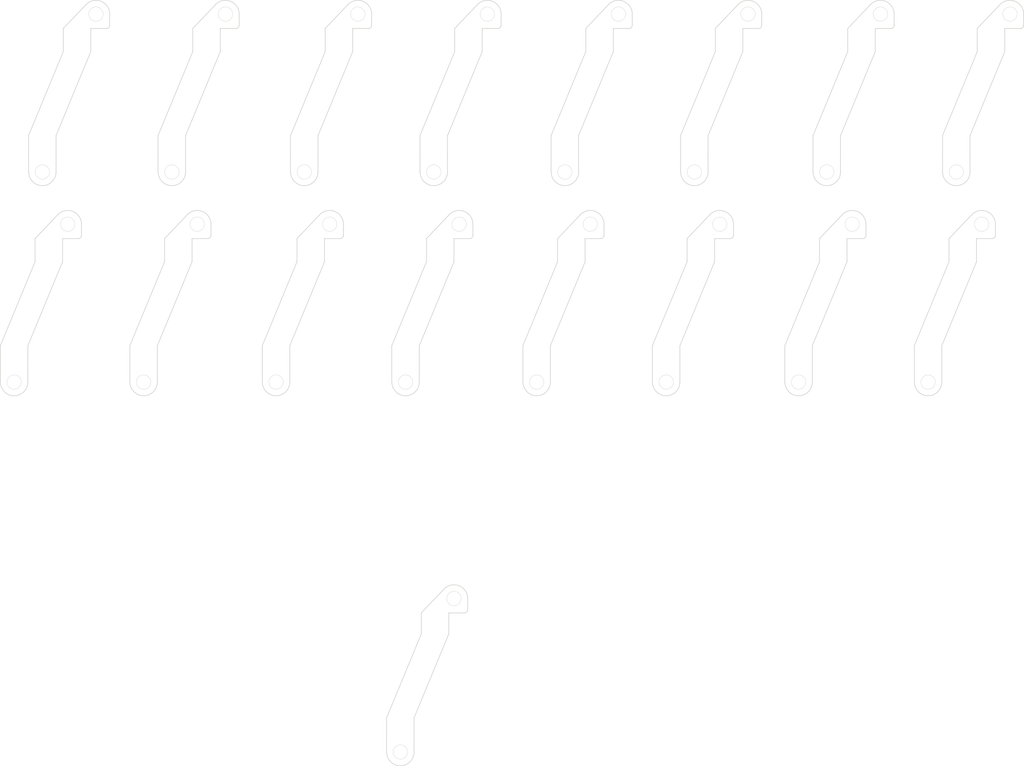
<source format=kicad_pcb>
(kicad_pcb
	(version 20240108)
	(generator "pcbnew")
	(generator_version "8.0")
	(general
		(thickness 1.6)
		(legacy_teardrops no)
	)
	(paper "A5")
	(title_block
		(title "Kretsträd")
		(company "by JW")
	)
	(layers
		(0 "F.Cu" signal)
		(31 "B.Cu" signal)
		(32 "B.Adhes" user "B.Adhesive")
		(33 "F.Adhes" user "F.Adhesive")
		(34 "B.Paste" user)
		(35 "F.Paste" user)
		(36 "B.SilkS" user "B.Silkscreen")
		(37 "F.SilkS" user "F.Silkscreen")
		(38 "B.Mask" user)
		(39 "F.Mask" user)
		(40 "Dwgs.User" user "User.Drawings")
		(41 "Cmts.User" user "User.Comments")
		(42 "Eco1.User" user "User.Eco1")
		(43 "Eco2.User" user "User.Eco2")
		(44 "Edge.Cuts" user)
		(45 "Margin" user)
		(46 "B.CrtYd" user "B.Courtyard")
		(47 "F.CrtYd" user "F.Courtyard")
		(48 "B.Fab" user)
		(49 "F.Fab" user)
	)
	(setup
		(stackup
			(layer "F.SilkS"
				(type "Top Silk Screen")
			)
			(layer "F.Paste"
				(type "Top Solder Paste")
			)
			(layer "F.Mask"
				(type "Top Solder Mask")
				(thickness 0.01)
			)
			(layer "F.Cu"
				(type "copper")
				(thickness 0.035)
			)
			(layer "dielectric 1"
				(type "core")
				(thickness 1.51)
				(material "FR4")
				(epsilon_r 4.5)
				(loss_tangent 0.02)
			)
			(layer "B.Cu"
				(type "copper")
				(thickness 0.035)
			)
			(layer "B.Mask"
				(type "Bottom Solder Mask")
				(thickness 0.01)
			)
			(layer "B.Paste"
				(type "Bottom Solder Paste")
			)
			(layer "B.SilkS"
				(type "Bottom Silk Screen")
			)
			(copper_finish "None")
			(dielectric_constraints no)
		)
		(pad_to_mask_clearance 0.2)
		(allow_soldermask_bridges_in_footprints no)
		(aux_axis_origin 227.77139 23.242681)
		(grid_origin 227.77139 23.242681)
		(pcbplotparams
			(layerselection 0x0001000_7ffffffe)
			(plot_on_all_layers_selection 0x0000000_00000000)
			(disableapertmacros no)
			(usegerberextensions yes)
			(usegerberattributes no)
			(usegerberadvancedattributes no)
			(creategerberjobfile no)
			(dashed_line_dash_ratio 12.000000)
			(dashed_line_gap_ratio 3.000000)
			(svgprecision 6)
			(plotframeref no)
			(viasonmask no)
			(mode 1)
			(useauxorigin no)
			(hpglpennumber 1)
			(hpglpenspeed 20)
			(hpglpendiameter 15.000000)
			(pdf_front_fp_property_popups yes)
			(pdf_back_fp_property_popups yes)
			(dxfpolygonmode no)
			(dxfimperialunits no)
			(dxfusepcbnewfont yes)
			(psnegative no)
			(psa4output no)
			(plotreference yes)
			(plotvalue yes)
			(plotfptext yes)
			(plotinvisibletext no)
			(sketchpadsonfab no)
			(subtractmaskfromsilk yes)
			(outputformat 3)
			(mirror no)
			(drillshape 0)
			(scaleselection 1)
			(outputdirectory "dxf")
		)
	)
	(net 0 "")
	(gr_line
		(start 159.794539 72.26945)
		(end 155.59454 72.26945)
		(stroke
			(width 0.1)
			(type default)
		)
		(layer "Eco1.User")
		(uuid "00dc3edf-e3d2-43ed-9975-38615c84eb02")
	)
	(gr_line
		(start 85.319587 56.000497)
		(end 81.119588 56.000497)
		(stroke
			(width 0.1)
			(type default)
		)
		(layer "Eco1.User")
		(uuid "0380be9f-03ca-4d15-bbb0-daa881feb067")
	)
	(gr_line
		(start 140.023139 68.825615)
		(end 135.82314 68.825615)
		(stroke
			(width 0.1)
			(type default)
		)
		(layer "Eco1.User")
		(uuid "039fcba9-2969-4a58-95cb-d7a5d5a22e9c")
	)
	(gr_line
		(start 140.023139 72.26945)
		(end 135.82314 72.26945)
		(stroke
			(width 0.1)
			(type default)
		)
		(layer "Eco1.User")
		(uuid "03b00058-3411-4c65-ae87-55009d710911")
	)
	(gr_line
		(start 44.336339 40.18925)
		(end 40.13634 40.18925)
		(stroke
			(width 0.1)
			(type default)
		)
		(layer "Eco1.User")
		(uuid "03d36f8e-90f7-498e-8590-7c95a5e16b2b")
	)
	(gr_line
		(start 125.106187 56.000497)
		(end 120.906188 56.000497)
		(stroke
			(width 0.1)
			(type default)
		)
		(layer "Eco1.User")
		(uuid "06d3bd44-1f84-42b4-bf92-28954695aa12")
	)
	(gr_line
		(start 44.336339 36.745415)
		(end 40.13634 36.745415)
		(stroke
			(width 0.1)
			(type default)
		)
		(layer "Eco1.User")
		(uuid "06f32247-958c-4a13-bc6f-46b7e7b0baff")
	)
	(gr_line
		(start 49.637787 23.920297)
		(end 45.437788 23.920297)
		(stroke
			(width 0.1)
			(type default)
		)
		(layer "Eco1.User")
		(uuid "08952ab5-552d-4757-9b21-a1485e9f073b")
	)
	(gr_line
		(start 100.033339 68.825615)
		(end 95.83334 68.825615)
		(stroke
			(width 0.1)
			(type default)
		)
		(layer "Eco1.User")
		(uuid "0c44f649-2f97-476e-b9ec-83a3ff6687c9")
	)
	(gr_line
		(start 25.558387 56.000497)
		(end 21.358388 56.000497)
		(stroke
			(width 0.1)
			(type default)
		)
		(layer "Eco1.User")
		(uuid "144dd022-5a3c-487e-93dc-6dfe1e93f8a6")
	)
	(gr_line
		(start 169.403987 20.386178)
		(end 165.203988 20.386178)
		(stroke
			(width 0.1)
			(type default)
		)
		(layer "Eco1.User")
		(uuid "14dd0f6d-1671-4af7-a85d-9599d31319c7")
	)
	(gr_line
		(start 69.856187 20.386178)
		(end 65.656188 20.386178)
		(stroke
			(width 0.1)
			(type default)
		)
		(layer "Eco1.User")
		(uuid "181f9417-7ae0-4cbd-a2f5-6e69e829265a")
	)
	(gr_line
		(start 89.627587 20.386178)
		(end 85.427588 20.386178)
		(stroke
			(width 0.1)
			(type default)
		)
		(layer "Eco1.User")
		(uuid "22e6865d-1e64-4f91-96be-862c9dedc055")
	)
	(gr_line
		(start 89.627587 23.920297)
		(end 85.427588 23.920297)
		(stroke
			(width 0.1)
			(type default)
		)
		(layer "Eco1.User")
		(uuid "28c6c3f2-38ce-4afe-9c75-321fd21ad504")
	)
	(gr_line
		(start 84.524514 109.616722)
		(end 80.324515 109.616722)
		(stroke
			(width 0.1)
			(type default)
		)
		(layer "Eco1.User")
		(uuid "2a18065d-f73a-493d-9f20-19d1d298c9ee")
	)
	(gr_line
		(start 100.033339 72.26945)
		(end 95.83334 72.26945)
		(stroke
			(width 0.1)
			(type default)
		)
		(layer "Eco1.User")
		(uuid "2a449076-e2e3-4358-9180-bb159f89a008")
	)
	(gr_line
		(start 64.554739 36.745415)
		(end 60.35474 36.745415)
		(stroke
			(width 0.1)
			(type default)
		)
		(layer "Eco1.User")
		(uuid "2cc0bc38-015c-41ce-84fe-1496dc607269")
	)
	(gr_line
		(start 20.256939 68.825615)
		(end 16.05694 68.825615)
		(stroke
			(width 0.1)
			(type default)
		)
		(layer "Eco1.User")
		(uuid "2f9a1055-6e65-414d-9cfb-c065089fe722")
	)
	(gr_line
		(start 84.326139 40.18925)
		(end 80.12614 40.18925)
		(stroke
			(width 0.1)
			(type default)
		)
		(layer "Eco1.User")
		(uuid "307bd02a-9cfa-46ce-ab2e-8d644698ac22")
	)
	(gr_line
		(start 124.112739 40.18925)
		(end 119.91274 40.18925)
		(stroke
			(width 0.1)
			(type default)
		)
		(layer "Eco1.User")
		(uuid "364cd765-74c7-4abd-b23c-430629f3292f")
	)
	(gr_line
		(start 149.632587 23.920297)
		(end 145.432588 23.920297)
		(stroke
			(width 0.1)
			(type default)
		)
		(layer "Eco1.User")
		(uuid "455220b9-c447-44c7-ac2d-39bbe188f34c")
	)
	(gr_line
		(start 145.324587 52.466378)
		(end 141.124588 52.466378)
		(stroke
			(width 0.1)
			(type default)
		)
		(layer "Eco1.User")
		(uuid "4b81be98-8822-4f50-86c5-ad33efb1f500")
	)
	(gr_line
		(start 159.794539 68.825615)
		(end 155.59454 68.825615)
		(stroke
			(width 0.1)
			(type default)
		)
		(layer "Eco1.User")
		(uuid "51acaa06-b2b9-442d-bc87-6e67a8657592")
	)
	(gr_line
		(start 169.403987 23.920297)
		(end 165.203988 23.920297)
		(stroke
			(width 0.1)
			(type default)
		)
		(layer "Eco1.User")
		(uuid "54c931f7-484d-4580-b0a1-6e0903b6cf17")
	)
	(gr_line
		(start 80.018139 72.26945)
		(end 75.81814 72.26945)
		(stroke
			(width 0.1)
			(type default)
		)
		(layer "Eco1.User")
		(uuid "5f812146-5e2e-4167-a85f-d26bd95587f8")
	)
	(gr_line
		(start 49.637787 20.386178)
		(end 45.437788 20.386178)
		(stroke
			(width 0.1)
			(type default)
		)
		(layer "Eco1.User")
		(uuid "6237424b-0f2c-45fd-b0ec-236e05244f2e")
	)
	(gr_line
		(start 24.564939 36.745415)
		(end 20.36494 36.745415)
		(stroke
			(width 0.1)
			(type default)
		)
		(layer "Eco1.User")
		(uuid "66ef7c79-19f8-48b5-b49e-d75cb2061b48")
	)
	(gr_line
		(start 64.554739 40.18925)
		(end 60.35474 40.18925)
		(stroke
			(width 0.1)
			(type default)
		)
		(layer "Eco1.User")
		(uuid "6b3399f9-92c9-4d44-8b46-a8348bf018b8")
	)
	(gr_line
		(start 80.018139 68.825615)
		(end 75.81814 68.825615)
		(stroke
			(width 0.1)
			(type default)
		)
		(layer "Eco1.User")
		(uuid "6c903932-3811-4c18-a34f-a3a154936972")
	)
	(gr_line
		(start 125.106187 52.466378)
		(end 120.906188 52.466378)
		(stroke
			(width 0.1)
			(type default)
		)
		(layer "Eco1.User")
		(uuid "6cfd7e22-f15b-45d7-bd5d-f07a999b64c9")
	)
	(gr_line
		(start 60.246739 72.26945)
		(end 56.04674 72.26945)
		(stroke
			(width 0.1)
			(type default)
		)
		(layer "Eco1.User")
		(uuid "6e5da511-8e16-492a-b062-a744aff92f93")
	)
	(gr_line
		(start 105.334787 52.466378)
		(end 101.134788 52.466378)
		(stroke
			(width 0.1)
			(type default)
		)
		(layer "Eco1.User")
		(uuid "6ffcbfb7-3087-4120-85df-f0ade205b964")
	)
	(gr_line
		(start 109.642787 20.386178)
		(end 105.442788 20.386178)
		(stroke
			(width 0.1)
			(type default)
		)
		(layer "Eco1.User")
		(uuid "794ae813-1f01-40ad-bb0f-b9759063d30f")
	)
	(gr_line
		(start 79.223066 128.74184)
		(end 75.023067 128.74184)
		(stroke
			(width 0.1)
			(type default)
		)
		(layer "Eco1.User")
		(uuid "7f5d509c-8e6c-422c-ac55-14010f6fd365")
	)
	(gr_line
		(start 25.558387 52.466378)
		(end 21.358388 52.466378)
		(stroke
			(width 0.1)
			(type default)
		)
		(layer "Eco1.User")
		(uuid "82fe9b77-2b2c-46c1-b5c4-e05614aab795")
	)
	(gr_line
		(start 129.414187 23.920297)
		(end 125.214188 23.920297)
		(stroke
			(width 0.1)
			(type default)
		)
		(layer "Eco1.User")
		(uuid "8d4bbd97-adba-4b7a-aa85-5202074e4a83")
	)
	(gr_line
		(start 165.095987 56.000497)
		(end 160.895988 56.000497)
		(stroke
			(width 0.1)
			(type default)
		)
		(layer "Eco1.User")
		(uuid "8e0ba6f5-c67b-4ce5-b14b-1dcbddcfff56")
	)
	(gr_line
		(start 144.331139 36.745415)
		(end 140.13114 36.745415)
		(stroke
			(width 0.1)
			(type default)
		)
		(layer "Eco1.User")
		(uuid "9475d6ca-a66f-46a5-89fd-9d1b3978d844")
	)
	(gr_line
		(start 144.331139 40.18925)
		(end 140.13114 40.18925)
		(stroke
			(width 0.1)
			(type default)
		)
		(layer "Eco1.User")
		(uuid "9568fa26-6f60-437b-bd02-1af394824d17")
	)
	(gr_line
		(start 60.246739 68.825615)
		(end 56.04674 68.825615)
		(stroke
			(width 0.1)
			(type default)
		)
		(layer "Eco1.User")
		(uuid "9b47fb60-51de-445e-aecb-04a52b72ef37")
	)
	(gr_line
		(start 85.319587 52.466378)
		(end 81.119588 52.466378)
		(stroke
			(width 0.1)
			(type default)
		)
		(layer "Eco1.User")
		(uuid "9ee6deda-a683-4c3f-9d7c-94ba2706f296")
	)
	(gr_line
		(start 65.548187 56.000497)
		(end 61.348188 56.000497)
		(stroke
			(width 0.1)
			(type default)
		)
		(layer "Eco1.User")
		(uuid "a1617f10-6355-4b7a-8d0b-b4c1fce5137f")
	)
	(gr_line
		(start 79.223066 125.64184)
		(end 75.023067 125.64184)
		(stroke
			(width 0.1)
			(type default)
		)
		(layer "Eco1.User")
		(uuid "a3a958e7-aa4b-4bf4-931f-5e0fd2dfe0bf")
	)
	(gr_line
		(start 20.256939 72.26945)
		(end 16.05694 72.26945)
		(stroke
			(width 0.1)
			(type default)
		)
		(layer "Eco1.User")
		(uuid "a5df4c0d-aedc-4d56-92e9-55e77202192c")
	)
	(gr_line
		(start 149.632587 20.386178)
		(end 145.432588 20.386178)
		(stroke
			(width 0.1)
			(type default)
		)
		(layer "Eco1.User")
		(uuid "a68445ee-3558-409e-92fe-d213abdd0f31")
	)
	(gr_line
		(start 119.804739 68.825615)
		(end 115.60474 68.825615)
		(stroke
			(width 0.1)
			(type default)
		)
		(layer "Eco1.User")
		(uuid "a9364c71-7e3c-4379-a332-e49bbef83d8c")
	)
	(gr_line
		(start 29.866387 23.920297)
		(end 25.666388 23.920297)
		(stroke
			(width 0.1)
			(type default)
		)
		(layer "Eco1.User")
		(uuid "aaca5f24-7474-49ab-a6a2-e4a27cc6200d")
	)
	(gr_line
		(start 65.548187 52.466378)
		(end 61.348188 52.466378)
		(stroke
			(width 0.1)
			(type default)
		)
		(layer "Eco1.User")
		(uuid "ad8b88b7-250e-4c11-96fd-cd077619fa95")
	)
	(gr_line
		(start 69.856187 23.920297)
		(end 65.656188 23.920297)
		(stroke
			(width 0.1)
			(type default)
		)
		(layer "Eco1.User")
		(uuid "b03679e6-dfc4-4c48-9ce5-336aaefa4a35")
	)
	(gr_line
		(start 40.028339 72.26945)
		(end 35.82834 72.26945)
		(stroke
			(width 0.1)
			(type default)
		)
		(layer "Eco1.User")
		(uuid "b1f9a580-469b-4e33-95e4-049c973179ac")
	)
	(gr_line
		(start 24.564939 40.18925)
		(end 20.36494 40.18925)
		(stroke
			(width 0.1)
			(type default)
		)
		(layer "Eco1.User")
		(uuid "b4bdf529-ea54-4538-84a4-f8586d940671")
	)
	(gr_line
		(start 45.329787 52.466378)
		(end 41.129788 52.466378)
		(stroke
			(width 0.1)
			(type default)
		)
		(layer "Eco1.User")
		(uuid "b6a8f0c5-b1c3-417e-a3aa-6fcb0f683ad0")
	)
	(gr_line
		(start 119.804739 72.26945)
		(end 115.60474 72.26945)
		(stroke
			(width 0.1)
			(type default)
		)
		(layer "Eco1.User")
		(uuid "bf2a4632-7767-4909-8aa5-b5191ae6ca3b")
	)
	(gr_line
		(start 45.329787 56.000497)
		(end 41.129788 56.000497)
		(stroke
			(width 0.1)
			(type default)
		)
		(layer "Eco1.User")
		(uuid "c3ba508f-24d3-4fbd-8b3d-68c253de8cd1")
	)
	(gr_line
		(start 84.326139 36.745415)
		(end 80.12614 36.745415)
		(stroke
			(width 0.1)
			(type default)
		)
		(layer "Eco1.User")
		(uuid "c7f64a27-654c-4160-8239-92430de8608a")
	)
	(gr_line
		(start 145.324587 56.000497)
		(end 141.124588 56.000497)
		(stroke
			(width 0.1)
			(type default)
		)
		(layer "Eco1.User")
		(uuid "cbbcf3bb-4411-443b-8103-5e4682d97f75")
	)
	(gr_line
		(start 105.334787 56.000497)
		(end 101.134788 56.000497)
		(stroke
			(width 0.1)
			(type default)
		)
		(layer "Eco1.User")
		(uuid "cc8349b5-8f31-4208-9d89-694a284f3e94")
	)
	(gr_line
		(start 104.341339 36.745415)
		(end 100.14134 36.745415)
		(stroke
			(width 0.1)
			(type default)
		)
		(layer "Eco1.User")
		(uuid "cdc5881c-ac3e-4f45-8dbd-25899889d3c9")
	)
	(gr_line
		(start 109.642787 23.920297)
		(end 105.442788 23.920297)
		(stroke
			(width 0.1)
			(type default)
		)
		(layer "Eco1.User")
		(uuid "d2d7f011-e2ba-4bfe-b880-88cc6a65b9ca")
	)
	(gr_line
		(start 84.524514 112.816722)
		(end 80.324515 112.816722)
		(stroke
			(width 0.1)
			(type default)
		)
		(layer "Eco1.User")
		(uuid "d5c122f5-0c7b-4f69-85dc-4b702681bc05")
	)
	(gr_line
		(start 40.028339 68.825615)
		(end 35.82834 68.825615)
		(stroke
			(width 0.1)
			(type default)
		)
		(layer "Eco1.User")
		(uuid "d8c3e4a2-9fd1-439b-b1ee-db0cd20a013c")
	)
	(gr_line
		(start 165.095987 52.466378)
		(end 160.895988 52.466378)
		(stroke
			(width 0.1)
			(type default)
		)
		(layer "Eco1.User")
		(uuid "e41c8b89-c72b-4072-abc8-437fe58aaf3c")
	)
	(gr_line
		(start 29.866387 20.386178)
		(end 25.666388 20.386178)
		(stroke
			(width 0.1)
			(type default)
		)
		(layer "Eco1.User")
		(uuid "e58fd2c6-d4ab-42ce-9b07-8aa3ee39bc7c")
	)
	(gr_line
		(start 164.102539 40.18925)
		(end 159.90254 40.18925)
		(stroke
			(width 0.1)
			(type default)
		)
		(layer "Eco1.User")
		(uuid "ee36a65c-c51b-4118-927f-1106be09ec2c")
	)
	(gr_line
		(start 124.112739 36.745415)
		(end 119.91274 36.745415)
		(stroke
			(width 0.1)
			(type default)
		)
		(layer "Eco1.User")
		(uuid "f047d88a-e10d-4db6-beb5-4f351e6e5be7")
	)
	(gr_line
		(start 164.102539 36.745415)
		(end 159.90254 36.745415)
		(stroke
			(width 0.1)
			(type default)
		)
		(layer "Eco1.User")
		(uuid "f24470a4-f441-4471-8ca4-95355c4c2427")
	)
	(gr_line
		(start 129.414187 20.386178)
		(end 125.214188 20.386178)
		(stroke
			(width 0.1)
			(type default)
		)
		(layer "Eco1.User")
		(uuid "f2d1f277-4596-43bb-89c5-cc44b496081a")
	)
	(gr_line
		(start 104.341339 40.18925)
		(end 100.14134 40.18925)
		(stroke
			(width 0.1)
			(type default)
		)
		(layer "Eco1.User")
		(uuid "f760fb7c-1f96-45b0-9791-400898bfd27c")
	)
	(gr_line
		(start 85.319587 56.000497)
		(end 85.319587 52.466378)
		(stroke
			(width 0.1)
			(type default)
		)
		(layer "Edge.Cuts")
		(uuid "01df987b-bad9-45f8-8a76-6cf46ceff6eb")
	)
	(gr_line
		(start 92.017587 20.386178)
		(end 89.627587 20.386178)
		(stroke
			(width 0.1)
			(type default)
		)
		(layer "Edge.Cuts")
		(uuid "06a75f69-31b1-4b7d-bec9-bada79953c26")
	)
	(gr_line
		(start 65.548187 56.000497)
		(end 65.548187 52.466378)
		(stroke
			(width 0.1)
			(type default)
		)
		(layer "Edge.Cuts")
		(uuid "06bb2d5b-dc07-4cb7-91e1-d6f06485158c")
	)
	(gr_line
		(start 25.666387 23.920297)
		(end 25.666387 20.386178)
		(stroke
			(width 0.1)
			(type default)
		)
		(layer "Edge.Cuts")
		(uuid "0709c34a-942b-419c-8ba8-7d31150fc998")
	)
	(gr_circle
		(center 165.885987 50.266378)
		(end 166.985986 50.266378)
		(stroke
			(width 0.05)
			(type default)
		)
		(fill none)
		(layer "Edge.Cuts")
		(uuid "078a8705-6aec-48f3-aa1d-232bebe8858f")
	)
	(gr_line
		(start 89.627587 23.920297)
		(end 89.627587 20.386178)
		(stroke
			(width 0.1)
			(type default)
		)
		(layer "Edge.Cuts")
		(uuid "081c8ea1-7fb4-4cdf-8ba2-ab6244d2f903")
	)
	(gr_line
		(start 69.856187 23.920297)
		(end 69.856187 20.386178)
		(stroke
			(width 0.1)
			(type default)
		)
		(layer "Edge.Cuts")
		(uuid "088b2537-2fd1-4a4a-9594-49b7287d6a6e")
	)
	(gr_line
		(start 20.256939 74.36945)
		(end 20.256939 72.26945)
		(stroke
			(width 0.1)
			(type default)
		)
		(layer "Edge.Cuts")
		(uuid "08c78ce7-32b3-42c7-bd5f-4f72c3fdb5d0")
	)
	(gr_line
		(start 167.485987 52.466378)
		(end 165.095987 52.466378)
		(stroke
			(width 0.1)
			(type default)
		)
		(layer "Edge.Cuts")
		(uuid "0b1ebcff-dc41-4c07-8656-c5848afe2c98")
	)
	(gr_line
		(start 115.60474 74.36945)
		(end 115.60474 72.26945)
		(stroke
			(width 0.1)
			(type default)
		)
		(layer "Edge.Cuts")
		(uuid "0bbbc5be-ce90-4355-b8fd-e2226395d70c")
	)
	(gr_circle
		(center 102.250252 42.289246)
		(end 103.350252 42.289246)
		(stroke
			(width 0.05)
			(type default)
		)
		(fill none)
		(layer "Edge.Cuts")
		(uuid "0cd58672-6c7a-4abd-a46d-ea8714ce11e1")
	)
	(gr_line
		(start 148.84978 16.794676)
		(end 145.432587 20.386178)
		(stroke
			(width 0.1)
			(type default)
		)
		(layer "Edge.Cuts")
		(uuid "0d26eb87-d02e-4477-a7e2-81d78372d196")
	)
	(gr_arc
		(start 84.536781 48.874877)
		(mid 86.853613 48.302592)
		(end 88.209586 50.266378)
		(stroke
			(width 0.1)
			(type default)
		)
		(layer "Edge.Cuts")
		(uuid "0d635018-fc9c-48d0-8a74-8babf7e98715")
	)
	(gr_line
		(start 125.106187 56.000497)
		(end 119.804739 68.825615)
		(stroke
			(width 0.1)
			(type default)
		)
		(layer "Edge.Cuts")
		(uuid "0ea0901c-11d3-4d8f-b094-3730a8517d61")
	)
	(gr_arc
		(start 52.527788 19.886179)
		(mid 52.381318 20.239713)
		(end 52.027787 20.386178)
		(stroke
			(width 0.1)
			(type default)
		)
		(layer "Edge.Cuts")
		(uuid "0eb50e3f-efae-43e8-b647-a09808e62b87")
	)
	(gr_line
		(start 148.214587 50.266378)
		(end 148.214588 51.966379)
		(stroke
			(width 0.1)
			(type default)
		)
		(layer "Edge.Cuts")
		(uuid "0eb9a38f-8b25-4f82-b82a-a070a732c627")
	)
	(gr_line
		(start 64.554739 42.28925)
		(end 64.554739 40.18925)
		(stroke
			(width 0.1)
			(type default)
		)
		(layer "Edge.Cuts")
		(uuid "0efafa61-d792-4e69-831d-c8353e400d37")
	)
	(gr_line
		(start 24.564939 36.745415)
		(end 24.564939 40.18925)
		(stroke
			(width 0.1)
			(type default)
		)
		(layer "Edge.Cuts")
		(uuid "10488972-ed75-494c-bec2-1b858e6a7d1c")
	)
	(gr_line
		(start 84.326139 36.745415)
		(end 84.326139 40.18925)
		(stroke
			(width 0.1)
			(type default)
		)
		(layer "Edge.Cuts")
		(uuid "1089486e-fc0d-414b-986f-4810d2d126ce")
	)
	(gr_line
		(start 56.04674 74.36945)
		(end 56.04674 72.26945)
		(stroke
			(width 0.1)
			(type default)
		)
		(layer "Edge.Cuts")
		(uuid "112680e9-57d1-45da-8b90-c60387940a89")
	)
	(gr_arc
		(start 48.219788 51.966379)
		(mid 48.073318 52.319913)
		(end 47.719787 52.466378)
		(stroke
			(width 0.1)
			(type default)
		)
		(layer "Edge.Cuts")
		(uuid "11a4b125-6099-4bcf-b066-8aebdf6af36d")
	)
	(gr_line
		(start 140.023139 68.825615)
		(end 140.023139 72.26945)
		(stroke
			(width 0.1)
			(type default)
		)
		(layer "Edge.Cuts")
		(uuid "149e6be7-107f-49e4-a184-74e05e195f78")
	)
	(gr_arc
		(start 24.775581 48.874877)
		(mid 27.092413 48.302592)
		(end 28.448386 50.266378)
		(stroke
			(width 0.1)
			(type default)
		)
		(layer "Edge.Cuts")
		(uuid "1564b3d0-6b9f-4e72-95ed-350ce2c8c91d")
	)
	(gr_line
		(start 69.856187 23.920297)
		(end 64.554739 36.745415)
		(stroke
			(width 0.1)
			(type default)
		)
		(layer "Edge.Cuts")
		(uuid "15ab8d6c-96c0-40de-85d0-4e5ae0393d66")
	)
	(gr_line
		(start 83.741707 106.02522)
		(end 80.324514 109.616722)
		(stroke
			(width 0.1)
			(type default)
		)
		(layer "Edge.Cuts")
		(uuid "168cbd6c-82c5-43bf-ad69-2c5bc23fc39b")
	)
	(gr_line
		(start 164.102539 36.745415)
		(end 164.102539 40.18925)
		(stroke
			(width 0.1)
			(type default)
		)
		(layer "Edge.Cuts")
		(uuid "18490005-aad4-485a-b246-9df3c78efb8f")
	)
	(gr_line
		(start 129.414187 23.920297)
		(end 124.112739 36.745415)
		(stroke
			(width 0.1)
			(type default)
		)
		(layer "Edge.Cuts")
		(uuid "19b1094f-ff5e-4f0a-9081-9b64107c7933")
	)
	(gr_line
		(start 45.329787 56.000497)
		(end 45.329787 52.466378)
		(stroke
			(width 0.1)
			(type default)
		)
		(layer "Edge.Cuts")
		(uuid "19cd0e4b-7e78-4fb8-97cf-b2aa87d2dc71")
	)
	(gr_line
		(start 84.326139 42.28925)
		(end 84.326139 40.18925)
		(stroke
			(width 0.1)
			(type default)
		)
		(layer "Edge.Cuts")
		(uuid "1a0e0edb-aa43-4fb1-8f27-671396117d87")
	)
	(gr_line
		(start 144.331139 36.745415)
		(end 144.331139 40.18925)
		(stroke
			(width 0.1)
			(type default)
		)
		(layer "Edge.Cuts")
		(uuid "1aa8cb54-5990-4311-a258-632bc64fd5cd")
	)
	(gr_circle
		(center 150.422587 18.186178)
		(end 151.522586 18.186178)
		(stroke
			(width 0.05)
			(type default)
		)
		(fill none)
		(layer "Edge.Cuts")
		(uuid "1c0a8f47-d14b-4667-9d53-7c7444246159")
	)
	(gr_line
		(start 149.632587 23.920297)
		(end 144.331139 36.745415)
		(stroke
			(width 0.1)
			(type default)
		)
		(layer "Edge.Cuts")
		(uuid "1cc7a331-1ae9-4d77-b35a-7d6b1488fb98")
	)
	(gr_arc
		(start 167.985988 51.966379)
		(mid 167.839518 52.319913)
		(end 167.485987 52.466378)
		(stroke
			(width 0.1)
			(type default)
		)
		(layer "Edge.Cuts")
		(uuid "1e5eb7c4-be27-4cce-91ad-31746ee780a0")
	)
	(gr_line
		(start 104.341339 42.28925)
		(end 104.341339 40.18925)
		(stroke
			(width 0.1)
			(type default)
		)
		(layer "Edge.Cuts")
		(uuid "1ec57ecf-a17b-4c43-960a-adc383a2941e")
	)
	(gr_line
		(start 21.358387 56.000497)
		(end 21.358387 52.466378)
		(stroke
			(width 0.1)
			(type default)
		)
		(layer "Edge.Cuts")
		(uuid "1ef803d8-2d80-472d-b7e4-68607cc5251b")
	)
	(gr_line
		(start 152.022587 20.386178)
		(end 149.632587 20.386178)
		(stroke
			(width 0.1)
			(type default)
		)
		(layer "Edge.Cuts")
		(uuid "1fa1e05b-0134-484e-8c34-35262ea93bc6")
	)
	(gr_line
		(start 124.32338 48.874876)
		(end 120.906187 52.466378)
		(stroke
			(width 0.1)
			(type default)
		)
		(layer "Edge.Cuts")
		(uuid "1fe9513e-8c8e-4027-8a63-e5f9b213d802")
	)
	(gr_arc
		(start 84.326139 42.28925)
		(mid 82.235049 44.380339)
		(end 80.143965 42.289249)
		(stroke
			(width 0.1)
			(type default)
		)
		(layer "Edge.Cuts")
		(uuid "2015bae4-897b-4f10-a42b-68a732afc5c9")
	)
	(gr_arc
		(start 108.224788 51.966379)
		(mid 108.078318 52.319913)
		(end 107.724787 52.466378)
		(stroke
			(width 0.1)
			(type default)
		)
		(layer "Edge.Cuts")
		(uuid "2169db62-aaed-4794-a044-94895d0cc98d")
	)
	(gr_line
		(start 60.246739 68.825615)
		(end 60.246739 72.26945)
		(stroke
			(width 0.1)
			(type default)
		)
		(layer "Edge.Cuts")
		(uuid "21990217-71a4-44e0-baf1-bf64b7847b67")
	)
	(gr_line
		(start 112.032787 20.386178)
		(end 109.642787 20.386178)
		(stroke
			(width 0.1)
			(type default)
		)
		(layer "Edge.Cuts")
		(uuid "222c12d6-8274-46f6-a99e-9526fd8f73eb")
	)
	(gr_arc
		(start 144.541781 48.874877)
		(mid 146.858613 48.302592)
		(end 148.214586 50.266378)
		(stroke
			(width 0.1)
			(type default)
		)
		(layer "Edge.Cuts")
		(uuid "24931265-5b0b-4a28-b0a3-2cb671fe5c38")
	)
	(gr_line
		(start 105.442787 23.920297)
		(end 100.14134 36.745415)
		(stroke
			(width 0.1)
			(type default)
		)
		(layer "Edge.Cuts")
		(uuid "24f6246b-2de1-4672-b8c7-7f5121f8bf7b")
	)
	(gr_line
		(start 169.403987 23.920297)
		(end 169.403987 20.386178)
		(stroke
			(width 0.1)
			(type default)
		)
		(layer "Edge.Cuts")
		(uuid "26636149-aa09-4e4e-bb76-6917edc39d99")
	)
	(gr_arc
		(start 83.741708 106.025221)
		(mid 86.058537 105.45293)
		(end 87.414513 107.416722)
		(stroke
			(width 0.1)
			(type default)
		)
		(layer "Edge.Cuts")
		(uuid "26d2aa02-61a8-491f-bbdf-71cb2726ca12")
	)
	(gr_line
		(start 108.224787 50.266378)
		(end 108.224788 51.966379)
		(stroke
			(width 0.1)
			(type default)
		)
		(layer "Edge.Cuts")
		(uuid "2782b68f-f29e-4f68-b5ae-bbd4f648de51")
	)
	(gr_line
		(start 107.724787 52.466378)
		(end 105.334787 52.466378)
		(stroke
			(width 0.1)
			(type default)
		)
		(layer "Edge.Cuts")
		(uuid "2a4bb184-8616-450c-82e4-375208979c21")
	)
	(gr_line
		(start 124.112739 42.28925)
		(end 124.112739 40.18925)
		(stroke
			(width 0.1)
			(type default)
		)
		(layer "Edge.Cuts")
		(uuid "2c5c0eaa-24b6-4c56-902e-4635d6f8364a")
	)
	(gr_line
		(start 159.90254 36.745415)
		(end 159.90254 40.18925)
		(stroke
			(width 0.1)
			(type default)
		)
		(layer "Edge.Cuts")
		(uuid "2d4ce5af-faf2-44b9-87ce-7e889c9ba696")
	)
	(gr_line
		(start 64.76538 48.874876)
		(end 61.348187 52.466378)
		(stroke
			(width 0.1)
			(type default)
		)
		(layer "Edge.Cuts")
		(uuid "2e275737-5470-4ac1-ad18-775f3ede4e01")
	)
	(gr_line
		(start 44.54698 48.874876)
		(end 41.129787 52.466378)
		(stroke
			(width 0.1)
			(type default)
		)
		(layer "Edge.Cuts")
		(uuid "2e8e15cc-9be4-440f-8fd1-9225670e6da1")
	)
	(gr_arc
		(start 72.746188 19.886179)
		(mid 72.599718 20.239713)
		(end 72.246187 20.386178)
		(stroke
			(width 0.1)
			(type default)
		)
		(layer "Edge.Cuts")
		(uuid "2ea59927-64ff-49e1-8a55-6ec8aeacc1b2")
	)
	(gr_circle
		(center 77.131979 130.841836)
		(end 78.231979 130.841836)
		(stroke
			(width 0.05)
			(type default)
		)
		(fill none)
		(layer "Edge.Cuts")
		(uuid "2ffe327e-098f-4921-badb-93c2a23633b9")
	)
	(gr_line
		(start 95.83334 68.825615)
		(end 95.83334 72.26945)
		(stroke
			(width 0.1)
			(type default)
		)
		(layer "Edge.Cuts")
		(uuid "30034ef1-30b9-47e9-928b-ecd15dcb06e1")
	)
	(gr_line
		(start 135.82314 68.825615)
		(end 135.82314 72.26945)
		(stroke
			(width 0.1)
			(type default)
		)
		(layer "Edge.Cuts")
		(uuid "30910715-8ea1-4cdd-9c84-cc7f24b67d24")
	)
	(gr_line
		(start 125.214187 23.920297)
		(end 119.91274 36.745415)
		(stroke
			(width 0.1)
			(type default)
		)
		(layer "Edge.Cuts")
		(uuid "31b540e3-6917-4ad3-94e8-884029b52a45")
	)
	(gr_line
		(start 81.119587 56.000497)
		(end 75.81814 68.825615)
		(stroke
			(width 0.1)
			(type default)
		)
		(layer "Edge.Cuts")
		(uuid "345fb8a0-876e-4b9c-83b7-11331b1cdfb0")
	)
	(gr_circle
		(center 162.011452 42.289246)
		(end 163.111452 42.289246)
		(stroke
			(width 0.05)
			(type default)
		)
		(fill none)
		(layer "Edge.Cuts")
		(uuid "34656a35-603c-4f24-80e4-b804726e7657")
	)
	(gr_line
		(start 72.746187 18.186178)
		(end 72.746188 19.886179)
		(stroke
			(width 0.1)
			(type default)
		)
		(layer "Edge.Cuts")
		(uuid "349f293c-2de3-4b3a-8c5c-b8c4ecedaa47")
	)
	(gr_line
		(start 85.427587 23.920297)
		(end 85.427587 20.386178)
		(stroke
			(width 0.1)
			(type default)
		)
		(layer "Edge.Cuts")
		(uuid "3581e87b-c1d4-4d9e-a2dd-2963935f86e6")
	)
	(gr_circle
		(center 18.165852 74.369446)
		(end 19.265852 74.369446)
		(stroke
			(width 0.05)
			(type default)
		)
		(fill none)
		(layer "Edge.Cuts")
		(uuid "37ae65c2-6e0d-4b91-948c-5d774bda33f2")
	)
	(gr_line
		(start 75.81814 68.825615)
		(end 75.81814 72.26945)
		(stroke
			(width 0.1)
			(type default)
		)
		(layer "Edge.Cuts")
		(uuid "37e692c2-ca94-4a76-90f0-2ba260ab90d8")
	)
	(gr_line
		(start 35.82834 74.36945)
		(end 35.82834 72.26945)
		(stroke
			(width 0.1)
			(type default)
		)
		(layer "Edge.Cuts")
		(uuid "37faff73-8441-44d7-b707-b1caa5975712")
	)
	(gr_circle
		(center 146.114587 50.266378)
		(end 147.214586 50.266378)
		(stroke
			(width 0.05)
			(type default)
		)
		(fill none)
		(layer "Edge.Cuts")
		(uuid "3870f249-21d1-4569-9fe5-71176f1bf381")
	)
	(gr_line
		(start 165.203987 23.920297)
		(end 165.203987 20.386178)
		(stroke
			(width 0.1)
			(type default)
		)
		(layer "Edge.Cuts")
		(uuid "395dcc9f-c81a-440d-b742-c4ba43f9f2ed")
	)
	(gr_line
		(start 140.13114 36.745415)
		(end 140.13114 40.18925)
		(stroke
			(width 0.1)
			(type default)
		)
		(layer "Edge.Cuts")
		(uuid "3a27d0a9-1a30-4afa-b9ea-4cdc4ae892bc")
	)
	(gr_line
		(start 48.85498 16.794676)
		(end 45.437787 20.386178)
		(stroke
			(width 0.1)
			(type default)
		)
		(layer "Edge.Cuts")
		(uuid "3ae2ecdf-0f75-480c-a396-7bb6aec639f2")
	)
	(gr_line
		(start 141.124587 56.000497)
		(end 135.82314 68.825615)
		(stroke
			(width 0.1)
			(type default)
		)
		(layer "Edge.Cuts")
		(uuid "3b20e07d-f943-4168-b7b1-b100c665c2b8")
	)
	(gr_line
		(start 86.914514 109.616722)
		(end 84.524514 109.616722)
		(stroke
			(width 0.1)
			(type default)
		)
		(layer "Edge.Cuts")
		(uuid "3b501baa-6890-46df-8f6c-329e83daf564")
	)
	(gr_line
		(start 152.522587 18.186178)
		(end 152.522588 19.886179)
		(stroke
			(width 0.1)
			(type default)
		)
		(layer "Edge.Cuts")
		(uuid "3cf96db9-6fb7-4d0a-81c1-0da16aecb858")
	)
	(gr_line
		(start 132.304187 18.186178)
		(end 132.304188 19.886179)
		(stroke
			(width 0.1)
			(type default)
		)
		(layer "Edge.Cuts")
		(uuid "3ee64e05-9239-4284-9826-b25f78ca0825")
	)
	(gr_arc
		(start 88.209588 51.966379)
		(mid 88.063118 52.319913)
		(end 87.709587 52.466378)
		(stroke
			(width 0.1)
			(type default)
		)
		(layer "Edge.Cuts")
		(uuid "3fc51d39-5239-4956-84bb-5ccfd96c56f0")
	)
	(gr_line
		(start 168.62118 16.794676)
		(end 165.203987 20.386178)
		(stroke
			(width 0.1)
			(type default)
		)
		(layer "Edge.Cuts")
		(uuid "40063b9f-04c3-4c04-b7f9-a96dc6745e90")
	)
	(gr_line
		(start 72.246187 20.386178)
		(end 69.856187 20.386178)
		(stroke
			(width 0.1)
			(type default)
		)
		(layer "Edge.Cuts")
		(uuid "41ec4938-eff9-416b-9adb-415e7760a9b9")
	)
	(gr_arc
		(start 92.517588 19.886179)
		(mid 92.371118 20.239713)
		(end 92.017587 20.386178)
		(stroke
			(width 0.1)
			(type default)
		)
		(layer "Edge.Cuts")
		(uuid "429c3935-4539-48db-9759-d67f21bf228f")
	)
	(gr_line
		(start 60.35474 42.28925)
		(end 60.35474 40.18925)
		(stroke
			(width 0.1)
			(type default)
		)
		(layer "Edge.Cuts")
		(uuid "43ec3c9e-b098-4c65-80ac-0b1daadb904c")
	)
	(gr_arc
		(start 29.083581 16.794677)
		(mid 31.400413 16.222392)
		(end 32.756386 18.186178)
		(stroke
			(width 0.1)
			(type default)
		)
		(layer "Edge.Cuts")
		(uuid "440d8d96-06d9-4556-999f-2b14f4620490")
	)
	(gr_line
		(start 140.023139 74.36945)
		(end 140.023139 72.26945)
		(stroke
			(width 0.1)
			(type default)
		)
		(layer "Edge.Cuts")
		(uuid "4449c8b3-9016-49f8-a725-163c9f72d935")
	)
	(gr_line
		(start 92.517587 18.186178)
		(end 92.517588 19.886179)
		(stroke
			(width 0.1)
			(type default)
		)
		(layer "Edge.Cuts")
		(uuid "4523def1-1b31-4307-91bf-06993192d8de")
	)
	(gr_circle
		(center 142.240052 42.289246)
		(end 143.340052 42.289246)
		(stroke
			(width 0.05)
			(type default)
		)
		(fill none)
		(layer "Edge.Cuts")
		(uuid "453fb74b-19e9-48bb-9ab7-82f4938aeabe")
	)
	(gr_arc
		(start 20.256939 74.36945)
		(mid 18.165849 76.460539)
		(end 16.074765 74.369449)
		(stroke
			(width 0.1)
			(type default)
		)
		(layer "Edge.Cuts")
		(uuid "487c18c9-7d21-48fc-bb96-988f491ed426")
	)
	(gr_circle
		(center 125.896187 50.266378)
		(end 126.996186 50.266378)
		(stroke
			(width 0.05)
			(type default)
		)
		(fill none)
		(layer "Edge.Cuts")
		(uuid "48bb3a0a-ccf7-43b1-8f48-2c5f68591be5")
	)
	(gr_line
		(start 47.719787 52.466378)
		(end 45.329787 52.466378)
		(stroke
			(width 0.1)
			(type default)
		)
		(layer "Edge.Cuts")
		(uuid "48fce8fb-069f-4aca-926a-82cbad96c545")
	)
	(gr_line
		(start 40.13634 42.28925)
		(end 40.13634 40.18925)
		(stroke
			(width 0.1)
			(type default)
		)
		(layer "Edge.Cuts")
		(uuid "49893277-d022-4df1-8cf2-353eda42cc5d")
	)
	(gr_line
		(start 80.324514 112.816722)
		(end 75.023067 125.64184)
		(stroke
			(width 0.1)
			(type default)
		)
		(layer "Edge.Cuts")
		(uuid "498bafb1-621e-486f-b38f-7d19ae05f1e5")
	)
	(gr_line
		(start 25.558387 56.000497)
		(end 20.256939 68.825615)
		(stroke
			(width 0.1)
			(type default)
		)
		(layer "Edge.Cuts")
		(uuid "49b1fae5-462e-4584-9aac-c44c475c8bf3")
	)
	(gr_line
		(start 135.82314 74.36945)
		(end 135.82314 72.26945)
		(stroke
			(width 0.1)
			(type default)
		)
		(layer "Edge.Cuts")
		(uuid "4ad5aca7-d5d8-4233-a341-451704a5cc88")
	)
	(gr_line
		(start 127.496187 52.466378)
		(end 125.106187 52.466378)
		(stroke
			(width 0.1)
			(type default)
		)
		(layer "Edge.Cuts")
		(uuid "4bacadda-d5c9-4ce0-bff5-629da81db35d")
	)
	(gr_circle
		(center 70.646187 18.186178)
		(end 71.746186 18.186178)
		(stroke
			(width 0.05)
			(type default)
		)
		(fill none)
		(layer "Edge.Cuts")
		(uuid "4bea9766-afca-4f84-acc8-565f7e757ec2")
	)
	(gr_line
		(start 128.63138 16.794676)
		(end 125.214187 20.386178)
		(stroke
			(width 0.1)
			(type default)
		)
		(layer "Edge.Cuts")
		(uuid "4e052d01-6fde-4274-82db-6ebc6be3dc65")
	)
	(gr_line
		(start 155.59454 74.36945)
		(end 155.59454 72.26945)
		(stroke
			(width 0.1)
			(type default)
		)
		(layer "Edge.Cuts")
		(uuid "508bf375-91cd-4cd5-914e-a3324c152cdc")
	)
	(gr_line
		(start 49.637787 23.920297)
		(end 49.637787 20.386178)
		(stroke
			(width 0.1)
			(type default)
		)
		(layer "Edge.Cuts")
		(uuid "50c404bd-fd52-4a6c-931f-1d507c6f034b")
	)
	(gr_line
		(start 100.033339 74.36945)
		(end 100.033339 72.26945)
		(stroke
			(width 0.1)
			(type default)
		)
		(layer "Edge.Cuts")
		(uuid "51861a7e-ee8c-445a-af21-94da80c1b0a2")
	)
	(gr_arc
		(start 112.532788 19.886179)
		(mid 112.386318 20.239713)
		(end 112.032787 20.386178)
		(stroke
			(width 0.1)
			(type default)
		)
		(layer "Edge.Cuts")
		(uuid "51c9936c-c439-44ef-ae60-938644dec785")
	)
	(gr_line
		(start 16.05694 74.36945)
		(end 16.05694 72.26945)
		(stroke
			(width 0.1)
			(type default)
		)
		(layer "Edge.Cuts")
		(uuid "52009177-ef16-4ea4-9e75-b7772ca19feb")
	)
	(gr_line
		(start 65.548187 56.000497)
		(end 60.246739 68.825615)
		(stroke
			(width 0.1)
			(type default)
		)
		(layer "Edge.Cuts")
		(uuid "52ebddc7-cff0-45cf-89f8-6e383670ece7")
	)
	(gr_arc
		(start 127.996188 51.966379)
		(mid 127.849718 52.319913)
		(end 127.496187 52.466378)
		(stroke
			(width 0.1)
			(type default)
		)
		(layer "Edge.Cuts")
		(uuid "533db688-ec5a-46f3-8738-2877d9547612")
	)
	(gr_line
		(start 105.334787 56.000497)
		(end 100.033339 68.825615)
		(stroke
			(width 0.1)
			(type default)
		)
		(layer "Edge.Cuts")
		(uuid "5382a7e4-1692-40c8-9ef1-3f64716ef76d")
	)
	(gr_line
		(start 101.134787 56.000497)
		(end 101.134787 52.466378)
		(stroke
			(width 0.1)
			(type default)
		)
		(layer "Edge.Cuts")
		(uuid "540df143-e4d6-45f4-9a6c-cf551689c96a")
	)
	(gr_line
		(start 89.627587 23.920297)
		(end 84.326139 36.745415)
		(stroke
			(width 0.1)
			(type default)
		)
		(layer "Edge.Cuts")
		(uuid "54ef373d-2472-47e7-afd2-c41b279d7d94")
	)
	(gr_line
		(start 115.60474 68.825615)
		(end 115.60474 72.26945)
		(stroke
			(width 0.1)
			(type default)
		)
		(layer "Edge.Cuts")
		(uuid "554cb3aa-b328-404a-bfe3-272409091a10")
	)
	(gr_line
		(start 75.023067 125.64184)
		(end 75.023067 128.74184)
		(stroke
			(width 0.1)
			(type default)
		)
		(layer "Edge.Cuts")
		(uuid "5627364f-4b29-4d47-9011-a1a17b4b9b3d")
	)
	(gr_line
		(start 52.527787 18.186178)
		(end 52.527788 19.886179)
		(stroke
			(width 0.1)
			(type default)
		)
		(layer "Edge.Cuts")
		(uuid "565a2a76-262c-4fb2-8593-ec27b86dab9d")
	)
	(gr_circle
		(center 46.119787 50.266378)
		(end 47.219786 50.266378)
		(stroke
			(width 0.05)
			(type default)
		)
		(fill none)
		(layer "Edge.Cuts")
		(uuid "5681dde7-1eb3-431d-aff4-31abc4139265")
	)
	(gr_line
		(start 165.203987 23.920297)
		(end 159.90254 36.745415)
		(stroke
			(width 0.1)
			(type default)
		)
		(layer "Edge.Cuts")
		(uuid "5880c69a-fa24-4ce9-9a72-e72c5223d39f")
	)
	(gr_line
		(start 61.348187 56.000497)
		(end 56.04674 68.825615)
		(stroke
			(width 0.1)
			(type default)
		)
		(layer "Edge.Cuts")
		(uuid "5ad43d52-5e33-4ef5-a301-9ff1453ed5bc")
	)
	(gr_circle
		(center 130.204187 18.186178)
		(end 131.304186 18.186178)
		(stroke
			(width 0.05)
			(type default)
		)
		(fill none)
		(layer "Edge.Cuts")
		(uuid "5b76ee87-e21a-4bbb-9846-17ecbaf40537")
	)
	(gr_arc
		(start 88.844781 16.794677)
		(mid 91.161613 16.222392)
		(end 92.517586 18.186178)
		(stroke
			(width 0.1)
			(type default)
		)
		(layer "Edge.Cuts")
		(uuid "5c0e420f-0b03-4335-bc94-03af6edcbfaf")
	)
	(gr_line
		(start 155.59454 68.825615)
		(end 155.59454 72.26945)
		(stroke
			(width 0.1)
			(type default)
		)
		(layer "Edge.Cuts")
		(uuid "5d2e1fa8-c894-45f9-b986-82a62f839155")
	)
	(gr_line
		(start 144.54178 48.874876)
		(end 141.124587 52.466378)
		(stroke
			(width 0.1)
			(type default)
		)
		(layer "Edge.Cuts")
		(uuid "60395e56-a798-45a8-b81f-2d8d1dfbab88")
	)
	(gr_line
		(start 119.804739 68.825615)
		(end 119.804739 72.26945)
		(stroke
			(width 0.1)
			(type default)
		)
		(layer "Edge.Cuts")
		(uuid "61ed8504-9816-4cae-b962-5e2e8376b466")
	)
	(gr_line
		(start 45.329787 56.000497)
		(end 40.028339 68.825615)
		(stroke
			(width 0.1)
			(type default)
		)
		(layer "Edge.Cuts")
		(uuid "6529d660-f162-43a3-9b6f-f13a3760c830")
	)
	(gr_line
		(start 27.948387 52.466378)
		(end 25.558387 52.466378)
		(stroke
			(width 0.1)
			(type default)
		)
		(layer "Edge.Cuts")
		(uuid "681bf776-a38a-48bb-81cc-772df053eba0")
	)
	(gr_line
		(start 109.642787 23.920297)
		(end 109.642787 20.386178)
		(stroke
			(width 0.1)
			(type default)
		)
		(layer "Edge.Cuts")
		(uuid "6849ede6-6b16-4722-bcce-976a429c3785")
	)
	(gr_line
		(start 75.023067 130.84184)
		(end 75.023067 128.74184)
		(stroke
			(width 0.1)
			(type default)
		)
		(layer "Edge.Cuts")
		(uuid "69f4008b-8b90-4cf1-aadf-b0f0dd5449ad")
	)
	(gr_line
		(start 101.134787 56.000497)
		(end 95.83334 68.825615)
		(stroke
			(width 0.1)
			(type default)
		)
		(layer "Edge.Cuts")
		(uuid "6aa9bf45-bb78-4fba-bc2c-7ae0dfebc394")
	)
	(gr_line
		(start 159.90254 42.28925)
		(end 159.90254 40.18925)
		(stroke
			(width 0.1)
			(type default)
		)
		(layer "Edge.Cuts")
		(uuid "6b39906b-5835-4caf-90bb-56474621e145")
	)
	(gr_arc
		(start 87.414515 109.116723)
		(mid 87.268039 109.470245)
		(end 86.914514 109.616722)
		(stroke
			(width 0.1)
			(type default)
		)
		(layer "Edge.Cuts")
		(uuid "6cd5aea7-b47e-4a47-add1-45e61442f06a")
	)
	(gr_line
		(start 48.219787 50.266378)
		(end 48.219788 51.966379)
		(stroke
			(width 0.1)
			(type default)
		)
		(layer "Edge.Cuts")
		(uuid "6da840f0-583b-447c-836e-3d7c5344780c")
	)
	(gr_arc
		(start 69.073381 16.794677)
		(mid 71.390213 16.222392)
		(end 72.746186 18.186178)
		(stroke
			(width 0.1)
			(type default)
		)
		(layer "Edge.Cuts")
		(uuid "6dd55979-946d-4718-8c55-c6b049f99559")
	)
	(gr_circle
		(center 22.473852 42.289246)
		(end 23.573852 42.289246)
		(stroke
			(width 0.05)
			(type default)
		)
		(fill none)
		(layer "Edge.Cuts")
		(uuid "6e485291-10f4-4024-a2ab-d042d94e91a4")
	)
	(gr_line
		(start 140.13114 42.28925)
		(end 140.13114 40.18925)
		(stroke
			(width 0.1)
			(type default)
		)
		(layer "Edge.Cuts")
		(uuid "6e4e0633-672d-4d16-96c7-0e9441bb8ee3")
	)
	(gr_circle
		(center 85.314514 107.416722)
		(end 86.414513 107.416722)
		(stroke
			(width 0.05)
			(type default)
		)
		(fill none)
		(layer "Edge.Cuts")
		(uuid "6fc44c68-e0da-499f-ba1e-3651d0c12df0")
	)
	(gr_line
		(start 80.12614 42.28925)
		(end 80.12614 40.18925)
		(stroke
			(width 0.1)
			(type default)
		)
		(layer "Edge.Cuts")
		(uuid "6fc8ee9c-4cfe-4ec3-8236-bfa96d74f8f6")
	)
	(gr_circle
		(center 62.463652 42.289246)
		(end 63.563652 42.289246)
		(stroke
			(width 0.05)
			(type default)
		)
		(fill none)
		(layer "Edge.Cuts")
		(uuid "7008fa8b-1aca-4b3b-96f0-b9fd1654066a")
	)
	(gr_arc
		(start 64.765381 48.874877)
		(mid 67.082213 48.302592)
		(end 68.438186 50.266378)
		(stroke
			(width 0.1)
			(type default)
		)
		(layer "Edge.Cuts")
		(uuid "707d206f-1546-4e14-b5cc-9ed92e451a5a")
	)
	(gr_line
		(start 119.91274 36.745415)
		(end 119.91274 40.18925)
		(stroke
			(width 0.1)
			(type default)
		)
		(layer "Edge.Cuts")
		(uuid "709ee813-b398-4cd0-8c58-dc2a9865c876")
	)
	(gr_line
		(start 147.714587 52.466378)
		(end 145.324587 52.466378)
		(stroke
			(width 0.1)
			(type default)
		)
		(layer "Edge.Cuts")
		(uuid "717552b9-b723-4627-9d1d-418caae832ca")
	)
	(gr_arc
		(start 64.554739 42.28925)
		(mid 62.463649 44.380339)
		(end 60.372565 42.289249)
		(stroke
			(width 0.1)
			(type default)
		)
		(layer "Edge.Cuts")
		(uuid "719b7e93-ea92-499a-8849-119d767f613e")
	)
	(gr_line
		(start 125.214187 23.920297)
		(end 125.214187 20.386178)
		(stroke
			(width 0.1)
			(type default)
		)
		(layer "Edge.Cuts")
		(uuid "726977c6-b73d-4b1e-8201-db451b15346d")
	)
	(gr_circle
		(center 97.942252 74.369446)
		(end 99.042252 74.369446)
		(stroke
			(width 0.05)
			(type default)
		)
		(fill none)
		(layer "Edge.Cuts")
		(uuid "727654d7-a0be-498c-85be-8c08382a871d")
	)
	(gr_line
		(start 159.794539 74.36945)
		(end 159.794539 72.26945)
		(stroke
			(width 0.1)
			(type default)
		)
		(layer "Edge.Cuts")
		(uuid "728ff1ad-af49-44be-a7f0-057df17294e0")
	)
	(gr_line
		(start 144.331139 42.28925)
		(end 144.331139 40.18925)
		(stroke
			(width 0.1)
			(type default)
		)
		(layer "Edge.Cuts")
		(uuid "72ef3508-fd47-43d2-88a2-53482e0a0ba7")
	)
	(gr_circle
		(center 77.927052 74.369446)
		(end 79.027052 74.369446)
		(stroke
			(width 0.05)
			(type default)
		)
		(fill none)
		(layer "Edge.Cuts")
		(uuid "73a4b15c-38fc-4135-b312-555a5894736d")
	)
	(gr_line
		(start 45.437787 23.920297)
		(end 40.13634 36.745415)
		(stroke
			(width 0.1)
			(type default)
		)
		(layer "Edge.Cuts")
		(uuid "73c79f9a-e907-4c50-a15b-862ca3793ba1")
	)
	(gr_line
		(start 28.448387 50.266378)
		(end 28.448388 51.966379)
		(stroke
			(width 0.1)
			(type default)
		)
		(layer "Edge.Cuts")
		(uuid "75000a48-303b-48c6-a647-2e64d91ad69c")
	)
	(gr_line
		(start 105.334787 56.000497)
		(end 105.334787 52.466378)
		(stroke
			(width 0.1)
			(type default)
		)
		(layer "Edge.Cuts")
		(uuid "755c933d-4796-4072-a8ef-fb1f5512ff1c")
	)
	(gr_line
		(start 95.83334 74.36945)
		(end 95.83334 72.26945)
		(stroke
			(width 0.1)
			(type default)
		)
		(layer "Edge.Cuts")
		(uuid "7622afab-45eb-493a-8c13-1f94ffd2ecbe")
	)
	(gr_arc
		(start 164.313181 48.874877)
		(mid 166.630013 48.302592)
		(end 167.985986 50.266378)
		(stroke
			(width 0.1)
			(type default)
		)
		(layer "Edge.Cuts")
		(uuid "77318b3a-eafa-46a8-8fde-2dfde3ae96fe")
	)
	(gr_line
		(start 164.31318 48.874876)
		(end 160.895987 52.466378)
		(stroke
			(width 0.1)
			(type default)
		)
		(layer "Edge.Cuts")
		(uuid "775ebeb3-45be-48cf-b339-2362fa78b703")
	)
	(gr_line
		(start 112.532787 18.186178)
		(end 112.532788 19.886179)
		(stroke
			(width 0.1)
			(type default)
		)
		(layer "Edge.Cuts")
		(uuid "77b3d48e-965e-4b57-baaf-5d618ae00cdb")
	)
	(gr_line
		(start 172.293987 18.186178)
		(end 172.293988 19.886179)
		(stroke
			(width 0.1)
			(type default)
		)
		(layer "Edge.Cuts")
		(uuid "7877aef9-7236-449b-b267-20687a8a084f")
	)
	(gr_line
		(start 105.442787 23.920297)
		(end 105.442787 20.386178)
		(stroke
			(width 0.1)
			(type default)
		)
		(layer "Edge.Cuts")
		(uuid "7905fb50-6537-432e-8e16-9e8f025a93b6")
	)
	(gr_circle
		(center 37.937252 74.369446)
		(end 39.037252 74.369446)
		(stroke
			(width 0.05)
			(type default)
		)
		(fill none)
		(layer "Edge.Cuts")
		(uuid "7927c8d6-3c68-4991-ab4e-eb8522e99396")
	)
	(gr_line
		(start 79.223066 130.84184)
		(end 79.223066 128.74184)
		(stroke
			(width 0.1)
			(type default)
		)
		(layer "Edge.Cuts")
		(uuid "798464c2-7c3a-44a1-a55f-1a9ab9b8e160")
	)
	(gr_circle
		(center 117.713652 74.369446)
		(end 118.813652 74.369446)
		(stroke
			(width 0.05)
			(type default)
		)
		(fill none)
		(layer "Edge.Cuts")
		(uuid "79dc0db5-cbd8-4479-96c0-e1246e92d193")
	)
	(gr_line
		(start 100.14134 42.28925)
		(end 100.14134 40.18925)
		(stroke
			(width 0.1)
			(type default)
		)
		(layer "Edge.Cuts")
		(uuid "7ad280be-c79c-477d-b4cf-5c06810317f2")
	)
	(gr_line
		(start 60.35474 36.745415)
		(end 60.35474 40.18925)
		(stroke
			(width 0.1)
			(type default)
		)
		(layer "Edge.Cuts")
		(uuid "7b6ed599-64e6-4691-8796-57a9bb41da71")
	)
	(gr_line
		(start 67.938187 52.466378)
		(end 65.548187 52.466378)
		(stroke
			(width 0.1)
			(type default)
		)
		(layer "Edge.Cuts")
		(uuid "7bed88e8-7fdf-41d5-afca-380af6c1959f")
	)
	(gr_arc
		(start 168.621181 16.794677)
		(mid 170.938013 16.222392)
		(end 172.293986 18.186178)
		(stroke
			(width 0.1)
			(type default)
		)
		(layer "Edge.Cuts")
		(uuid "7d1c6663-aa95-4f15-8d1a-e6c24b6fb1ea")
	)
	(gr_circle
		(center 90.417587 18.186178)
		(end 91.517586 18.186178)
		(stroke
			(width 0.05)
			(type default)
		)
		(fill none)
		(layer "Edge.Cuts")
		(uuid "80049212-f1a7-4f71-80e6-ca87367a5104")
	)
	(gr_arc
		(start 159.794539 74.36945)
		(mid 157.703449 76.460539)
		(end 155.612365 74.369449)
		(stroke
			(width 0.1)
			(type default)
		)
		(layer "Edge.Cuts")
		(uuid "800cec78-701a-471b-8859-22c51cc5b520")
	)
	(gr_arc
		(start 128.631381 16.794677)
		(mid 130.948213 16.222392)
		(end 132.304186 18.186178)
		(stroke
			(width 0.1)
			(type default)
		)
		(layer "Edge.Cuts")
		(uuid "81bce0d6-76b3-4a60-a018-4faf72fdcb34")
	)
	(gr_line
		(start 35.82834 68.825615)
		(end 35.82834 72.26945)
		(stroke
			(width 0.1)
			(type default)
		)
		(layer "Edge.Cuts")
		(uuid "83b34bff-cf53-4955-9ca0-1d5548763d1a")
	)
	(gr_line
		(start 119.91274 42.28925)
		(end 119.91274 40.18925)
		(stroke
			(width 0.1)
			(type default)
		)
		(layer "Edge.Cuts")
		(uuid "8446dedd-ed02-4007-b22f-4b794ffb9b42")
	)
	(gr_circle
		(center 122.021652 42.289246)
		(end 123.121652 42.289246)
		(stroke
			(width 0.05)
			(type default)
		)
		(fill none)
		(layer "Edge.Cuts")
		(uuid "86252e69-97f0-49a8-8100-de2ec2e68a10")
	)
	(gr_line
		(start 87.709587 52.466378)
		(end 85.319587 52.466378)
		(stroke
			(width 0.1)
			(type default)
		)
		(layer "Edge.Cuts")
		(uuid "867ddb56-c45b-4bc9-b9c2-f9f96fef9f3a")
	)
	(gr_circle
		(center 157.703452 74.369446)
		(end 158.803452 74.369446)
		(stroke
			(width 0.05)
			(type default)
		)
		(fill none)
		(layer "Edge.Cuts")
		(uuid "8810d3f7-ca17-40e6-9376-719a46e08ac0")
	)
	(gr_line
		(start 40.028339 68.825615)
		(end 40.028339 72.26945)
		(stroke
			(width 0.1)
			(type default)
		)
		(layer "Edge.Cuts")
		(uuid "88c60bda-6253-4dc8-a53e-7f985c53bf1e")
	)
	(gr_line
		(start 49.637787 23.920297)
		(end 44.336339 36.745415)
		(stroke
			(width 0.1)
			(type default)
		)
		(layer "Edge.Cuts")
		(uuid "88c780d9-7e54-4976-8d0e-1c9b2b6f4731")
	)
	(gr_line
		(start 87.414514 107.416722)
		(end 87.414515 109.116723)
		(stroke
			(width 0.1)
			(type default)
		)
		(layer "Edge.Cuts")
		(uuid "8bf82236-f7d5-460f-9e63-38591d2ee184")
	)
	(gr_arc
		(start 24.564939 42.28925)
		(mid 22.473849 44.380339)
		(end 20.382765 42.289249)
		(stroke
			(width 0.1)
			(type default)
		)
		(layer "Edge.Cuts")
		(uuid "8def1348-9bea-4284-9f0f-12dcbfb519a2")
	)
	(gr_line
		(start 120.906187 56.000497)
		(end 115.60474 68.825615)
		(stroke
			(width 0.1)
			(type default)
		)
		(layer "Edge.Cuts")
		(uuid "8ea69ecf-f703-4c40-9ae9-8f165c441ab4")
	)
	(gr_line
		(start 80.018139 74.36945)
		(end 80.018139 72.26945)
		(stroke
			(width 0.1)
			(type default)
		)
		(layer "Edge.Cuts")
		(uuid "8fb57d3b-f83a-4863-9fe7-738b5bcc70ed")
	)
	(gr_line
		(start 68.438187 50.266378)
		(end 68.438188 51.966379)
		(stroke
			(width 0.1)
			(type default)
		)
		(layer "Edge.Cuts")
		(uuid "901c1f53-5270-431f-8770-7db9dc8f3430")
	)
	(gr_circle
		(center 66.338187 50.266378)
		(end 67.438186 50.266378)
		(stroke
			(width 0.05)
			(type default)
		)
		(fill none)
		(layer "Edge.Cuts")
		(uuid "91c1cbec-231d-455f-a47d-3cce18cccb61")
	)
	(gr_line
		(start 41.129787 56.000497)
		(end 35.82834 68.825615)
		(stroke
			(width 0.1)
			(type default)
		)
		(layer "Edge.Cuts")
		(uuid "91f34235-3e6c-4cbb-922f-d6ae11a244f3")
	)
	(gr_circle
		(center 106.124787 50.266378)
		(end 107.224786 50.266378)
		(stroke
			(width 0.05)
			(type default)
		)
		(fill none)
		(layer "Edge.Cuts")
		(uuid "92bbb06e-a098-4112-bc9e-223722377500")
	)
	(gr_line
		(start 120.906187 56.000497)
		(end 120.906187 52.466378)
		(stroke
			(width 0.1)
			(type default)
		)
		(layer "Edge.Cuts")
		(uuid "930a1805-e608-4338-9f7f-ad4415bce18e")
	)
	(gr_line
		(start 29.866387 23.920297)
		(end 24.564939 36.745415)
		(stroke
			(width 0.1)
			(type default)
		)
		(layer "Edge.Cuts")
		(uuid "93a317b9-a1c1-4eec-ad97-0e777c9ed70a")
	)
	(gr_line
		(start 44.336339 36.745415)
		(end 44.336339 40.18925)
		(stroke
			(width 0.1)
			(type default)
		)
		(layer "Edge.Cuts")
		(uuid "94b139fa-187c-47c9-8760-ab523130b05b")
	)
	(gr_line
		(start 64.554739 36.745415)
		(end 64.554739 40.18925)
		(stroke
			(width 0.1)
			(type default)
		)
		(layer "Edge.Cuts")
		(uuid "959baef5-d484-4e17-8036-345a85d398c0")
	)
	(gr_line
		(start 129.414187 23.920297)
		(end 129.414187 20.386178)
		(stroke
			(width 0.1)
			(type default)
		)
		(layer "Edge.Cuts")
		(uuid "95b30867-7f23-4097-9482-0de68103a127")
	)
	(gr_arc
		(start 132.304188 19.886179)
		(mid 132.157718 20.239713)
		(end 131.804187 20.386178)
		(stroke
			(width 0.1)
			(type default)
		)
		(layer "Edge.Cuts")
		(uuid "95ee7f2c-2089-4094-b77b-3110645bd37f")
	)
	(gr_line
		(start 145.432587 23.920297)
		(end 145.432587 20.386178)
		(stroke
			(width 0.1)
			(type default)
		)
		(layer "Edge.Cuts")
		(uuid "96eca107-5de0-4559-8a7d-bf624cfab4ae")
	)
	(gr_line
		(start 104.55198 48.874876)
		(end 101.134787 52.466378)
		(stroke
			(width 0.1)
			(type default)
		)
		(layer "Edge.Cuts")
		(uuid "9768ab71-fb86-4ed6-b622-9ce47fc5df78")
	)
	(gr_line
		(start 85.427587 23.920297)
		(end 80.12614 36.745415)
		(stroke
			(width 0.1)
			(type default)
		)
		(layer "Edge.Cuts")
		(uuid "993d8374-c0f5-49cf-a3c5-6f4fbe4fe039")
	)
	(gr_line
		(start 84.53678 48.874876)
		(end 81.119587 52.466378)
		(stroke
			(width 0.1)
			(type default)
		)
		(layer "Edge.Cuts")
		(uuid "9b5f7588-e5bb-4f46-ba09-bc246d14c713")
	)
	(gr_line
		(start 52.027787 20.386178)
		(end 49.637787 20.386178)
		(stroke
			(width 0.1)
			(type default)
		)
		(layer "Edge.Cuts")
		(uuid "9b8895b8-cb09-46cb-9f4a-c9e189626208")
	)
	(gr_line
		(start 100.033339 68.825615)
		(end 100.033339 72.26945)
		(stroke
			(width 0.1)
			(type default)
		)
		(layer "Edge.Cuts")
		(uuid "9caddc5c-636a-45c3-a039-e854cf7fff4c")
	)
	(gr_line
		(start 165.095987 56.000497)
		(end 159.794539 68.825615)
		(stroke
			(width 0.1)
			(type default)
		)
		(layer "Edge.Cuts")
		(uuid "9f0734fe-c892-4ec6-a7ec-e5135d3e2e1e")
	)
	(gr_arc
		(start 172.293988 19.886179)
		(mid 172.147518 20.239713)
		(end 171.793987 20.386178)
		(stroke
			(width 0.1)
			(type default)
		)
		(layer "Edge.Cuts")
		(uuid "a057f844-816c-48f4-8b41-c9e8a3f51735")
	)
	(gr_line
		(start 88.84478 16.794676)
		(end 85.427587 20.386178)
		(stroke
			(width 0.1)
			(type default)
		)
		(layer "Edge.Cuts")
		(uuid "a08753f8-0e4f-4d7b-b345-98ef94b2c678")
	)
	(gr_line
		(start 141.124587 56.000497)
		(end 141.124587 52.466378)
		(stroke
			(width 0.1)
			(type default)
		)
		(layer "Edge.Cuts")
		(uuid "a1b34d96-33c9-44e7-a8fb-27114ee67ce0")
	)
	(gr_arc
		(start 119.804739 74.36945)
		(mid 117.713649 76.460539)
		(end 115.622565 74.369449)
		(stroke
			(width 0.1)
			(type default)
		)
		(layer "Edge.Cuts")
		(uuid "a2288329-c45f-4db1-a768-498438d7dd95")
	)
	(gr_line
		(start 149.632587 23.920297)
		(end 149.632587 20.386178)
		(stroke
			(width 0.1)
			(type default)
		)
		(layer "Edge.Cuts")
		(uuid "a27aa03b-03c1-4be6-a9ff-8d7a12c0c1f0")
	)
	(gr_line
		(start 109.642787 23.920297)
		(end 104.341339 36.745415)
		(stroke
			(width 0.1)
			(type default)
		)
		(layer "Edge.Cuts")
		(uuid "a3052de0-3af4-45ac-b705-cfeaf76bd0f8")
	)
	(gr_arc
		(start 40.028339 74.36945)
		(mid 37.937249 76.460539)
		(end 35.846165 74.369449)
		(stroke
			(width 0.1)
			(type default)
		)
		(layer "Edge.Cuts")
		(uuid "a374f643-3843-41b8-9643-aa474998135c")
	)
	(gr_arc
		(start 44.546981 48.874877)
		(mid 46.863813 48.302592)
		(end 48.219786 50.266378)
		(stroke
			(width 0.1)
			(type default)
		)
		(layer "Edge.Cuts")
		(uuid "a4959af8-2140-4d28-a2cc-8406e7dc615a")
	)
	(gr_line
		(start 25.666387 23.920297)
		(end 20.36494 36.745415)
		(stroke
			(width 0.1)
			(type default)
		)
		(layer "Edge.Cuts")
		(uuid "a4e922e3-06ad-48a2-b08c-7ad478395658")
	)
	(gr_circle
		(center 42.245252 42.289246)
		(end 43.345252 42.289246)
		(stroke
			(width 0.05)
			(type default)
		)
		(fill none)
		(layer "Edge.Cuts")
		(uuid "a737a7fc-789d-4b92-9d34-497ce7367078")
	)
	(gr_circle
		(center 26.348387 50.266378)
		(end 27.448386 50.266378)
		(stroke
			(width 0.05)
			(type default)
		)
		(fill none)
		(layer "Edge.Cuts")
		(uuid "a7e0a3de-1fcf-4632-a478-b7d66ffd10b7")
	)
	(gr_arc
		(start 108.859981 16.794677)
		(mid 111.176813 16.222392)
		(end 112.532786 18.186178)
		(stroke
			(width 0.1)
			(type default)
		)
		(layer "Edge.Cuts")
		(uuid "a7f2d72f-e5b7-4c1f-a79a-6ed4418d6314")
	)
	(gr_line
		(start 41.129787 56.000497)
		(end 41.129787 52.466378)
		(stroke
			(width 0.1)
			(type default)
		)
		(layer "Edge.Cuts")
		(uuid "a7f48b3c-34fe-42de-ac3b-057965ecff56")
	)
	(gr_circle
		(center 50.427787 18.186178)
		(end 51.527786 18.186178)
		(stroke
			(width 0.05)
			(type default)
		)
		(fill none)
		(layer "Edge.Cuts")
		(uuid "a82ec6db-e20c-4481-99db-c5505e2d3cb7")
	)
	(gr_circle
		(center 110.432787 18.186178)
		(end 111.532786 18.186178)
		(stroke
			(width 0.05)
			(type default)
		)
		(fill none)
		(layer "Edge.Cuts")
		(uuid "a9db5986-977b-48e4-9150-c4ed2cf2af5a")
	)
	(gr_line
		(start 145.324587 56.000497)
		(end 140.023139 68.825615)
		(stroke
			(width 0.1)
			(type default)
		)
		(layer "Edge.Cuts")
		(uuid "aad8311d-94ec-4313-ba7e-e3dcca3330ce")
	)
	(gr_line
		(start 80.018139 68.825615)
		(end 80.018139 72.26945)
		(stroke
			(width 0.1)
			(type default)
		)
		(layer "Edge.Cuts")
		(uuid "abd12bde-b786-43fd-8f21-ca4c60d673b9")
	)
	(gr_line
		(start 159.794539 68.825615)
		(end 159.794539 72.26945)
		(stroke
			(width 0.1)
			(type default)
		)
		(layer "Edge.Cuts")
		(uuid "ac3a541d-a3b2-4f78-a152-e7e7610d2772")
	)
	(gr_circle
		(center 137.932052 74.369446)
		(end 139.032052 74.369446)
		(stroke
			(width 0.05)
			(type default)
		)
		(fill none)
		(layer "Edge.Cuts")
		(uuid "af254f53-ee85-4e13-863f-9f0451d45a1d")
	)
	(gr_line
		(start 125.106187 56.000497)
		(end 125.106187 52.466378)
		(stroke
			(width 0.1)
			(type default)
		)
		(layer "Edge.Cuts")
		(uuid "b1e97387-fe4c-4d9c-9fb6-d1c0b86a5209")
	)
	(gr_arc
		(start 48.854981 16.794677)
		(mid 51.171813 16.222392)
		(end 52.527786 18.186178)
		(stroke
			(width 0.1)
			(type default)
		)
		(layer "Edge.Cuts")
		(uuid "b30998b9-9412-4f4a-ab1e-011f192bfa56")
	)
	(gr_line
		(start 88.209587 50.266378)
		(end 88.209588 51.966379)
		(stroke
			(width 0.1)
			(type default)
		)
		(layer "Edge.Cuts")
		(uuid "b3e624b2-fa16-4102-91f2-1297f25d0507")
	)
	(gr_line
		(start 85.319587 56.000497)
		(end 80.018139 68.825615)
		(stroke
			(width 0.1)
			(type default)
		)
		(layer "Edge.Cuts")
		(uuid "b4908a55-00db-467f-9d59-f3d0098af1ad")
	)
	(gr_arc
		(start 148.214588 51.966379)
		(mid 148.068118 52.319913)
		(end 147.714587 52.466378)
		(stroke
			(width 0.1)
			(type default)
		)
		(layer "Edge.Cuts")
		(uuid "b5f8c8b3-3f76-4bf8-90d7-98950be36b8f")
	)
	(gr_line
		(start 29.866387 23.920297)
		(end 29.866387 20.386178)
		(stroke
			(width 0.1)
			(type default)
		)
		(layer "Edge.Cuts")
		(uuid "b68ada6a-4fbf-42f9-a61d-92a0808b923b")
	)
	(gr_arc
		(start 104.551981 48.874877)
		(mid 106.868813 48.302592)
		(end 108.224786 50.266378)
		(stroke
			(width 0.1)
			(type default)
		)
		(layer "Edge.Cuts")
		(uuid "b9e7e7b1-34c5-4083-90d0-053147fb1434")
	)
	(gr_line
		(start 79.223066 125.64184)
		(end 79.223066 128.74184)
		(stroke
			(width 0.1)
			(type default)
		)
		(layer "Edge.Cuts")
		(uuid "bbd0a7cb-bcaf-4875-a513-8085338440b1")
	)
	(gr_line
		(start 45.437787 23.920297)
		(end 45.437787 20.386178)
		(stroke
			(width 0.1)
			(type default)
		)
		(layer "Edge.Cuts")
		(uuid "bfd22db2-38d9-41e8-934a-a4c04b938e5c")
	)
	(gr_line
		(start 119.804739 74.36945)
		(end 119.804739 72.26945)
		(stroke
			(width 0.1)
			(type default)
		)
		(layer "Edge.Cuts")
		(uuid "c2045d1f-e986-4d4e-a3fe-0985b8050729")
	)
	(gr_line
		(start 124.112739 36.745415)
		(end 124.112739 40.18925)
		(stroke
			(width 0.1)
			(type default)
		)
		(layer "Edge.Cuts")
		(uuid "c2235af0-3640-4e04-b8c0-37b8eb2ea243")
	)
	(gr_circle
		(center 58.155652 74.369446)
		(end 59.255652 74.369446)
		(stroke
			(width 0.05)
			(type default)
		)
		(fill none)
		(layer "Edge.Cuts")
		(uuid "c3c20afb-0ead-4c4f-9ff1-ad97b86cd16c")
	)
	(gr_line
		(start 69.07338 16.794676)
		(end 65.656187 20.386178)
		(stroke
			(width 0.1)
			(type default)
		)
		(layer "Edge.Cuts")
		(uuid "c53a0398-bd77-40ef-a565-f2149e3f5f46")
	)
	(gr_arc
		(start 148.849781 16.794677)
		(mid 151.166613 16.222392)
		(end 152.522586 18.186178)
		(stroke
			(width 0.1)
			(type default)
		)
		(layer "Edge.Cuts")
		(uuid "c583ad39-55d8-4101-bd26-4ad03d7fa892")
	)
	(gr_line
		(start 80.12614 36.745415)
		(end 80.12614 40.18925)
		(stroke
			(width 0.1)
			(type default)
		)
		(layer "Edge.Cuts")
		(uuid "c591cbe4-66f1-46d4-b605-00653e3c9eb1")
	)
	(gr_line
		(start 16.05694 68.825615)
		(end 16.05694 72.26945)
		(stroke
			(width 0.1)
			(type default)
		)
		(layer "Edge.Cuts")
		(uuid "c6e9af29-ca51-4498-ad0a-8f515fb10d1a")
	)
	(gr_line
		(start 61.348187 56.000497)
		(end 61.348187 52.466378)
		(stroke
			(width 0.1)
			(type default)
		)
		(layer "Edge.Cuts")
		(uuid "c92f05a1-e019-461b-b813-81e8e06aafa9")
	)
	(gr_circle
		(center 82.235052 42.289246)
		(end 83.335052 42.289246)
		(stroke
			(width 0.05)
			(type default)
		)
		(fill none)
		(layer "Edge.Cuts")
		(uuid "cb270384-f46e-40e2-8e20-04526051e8cf")
	)
	(gr_arc
		(start 100.033339 74.36945)
		(mid 97.942249 76.460539)
		(end 95.851165 74.369449)
		(stroke
			(width 0.1)
			(type default)
		)
		(layer "Edge.Cuts")
		(uuid "cdfddfef-c724-451f-abf1-66d1f4c3645f")
	)
	(gr_line
		(start 20.256939 68.825615)
		(end 20.256939 72.26945)
		(stroke
			(width 0.1)
			(type default)
		)
		(layer "Edge.Cuts")
		(uuid "cf58d26d-d713-4c0c-b370-6d8819d2d732")
	)
	(gr_line
		(start 171.793987 20.386178)
		(end 169.403987 20.386178)
		(stroke
			(width 0.1)
			(type default)
		)
		(layer "Edge.Cuts")
		(uuid "d1b6baa4-0330-408b-bb5c-a6a646291885")
	)
	(gr_line
		(start 169.403987 23.920297)
		(end 164.102539 36.745415)
		(stroke
			(width 0.1)
			(type default)
		)
		(layer "Edge.Cuts")
		(uuid "d1c25856-1b3f-4dba-bef4-e08a707731ff")
	)
	(gr_arc
		(start 79.223066 130.84184)
		(mid 77.131976 132.932934)
		(end 75.040892 130.841839)
		(stroke
			(width 0.1)
			(type default)
		)
		(layer "Edge.Cuts")
		(uuid "d2ef258e-caf3-4c81-afdc-2ac730ec510d")
	)
	(gr_arc
		(start 144.331139 42.28925)
		(mid 142.240049 44.380339)
		(end 140.148965 42.289249)
		(stroke
			(width 0.1)
			(type default)
		)
		(layer "Edge.Cuts")
		(uuid "d395eca5-c7f6-4191-a21c-4878d0cc34b1")
	)
	(gr_line
		(start 32.256387 20.386178)
		(end 29.866387 20.386178)
		(stroke
			(width 0.1)
			(type default)
		)
		(layer "Edge.Cuts")
		(uuid "d39f46bb-5eb6-45d5-b9af-a47c3d31c339")
	)
	(gr_line
		(start 24.564939 42.28925)
		(end 24.564939 40.18925)
		(stroke
			(width 0.1)
			(type default)
		)
		(layer "Edge.Cuts")
		(uuid "d4c40487-b984-45b3-baa3-aa538b7736f1")
	)
	(gr_arc
		(start 68.438188 51.966379)
		(mid 68.291718 52.319913)
		(end 67.938187 52.466378)
		(stroke
			(width 0.1)
			(type default)
		)
		(layer "Edge.Cuts")
		(uuid "d52f9fc7-51fb-4ada-b5ed-2a2deb2629d0")
	)
	(gr_line
		(start 100.14134 36.745415)
		(end 100.14134 40.18925)
		(stroke
			(width 0.1)
			(type default)
		)
		(layer "Edge.Cuts")
		(uuid "d58c7b07-2356-42eb-9000-a821b1afc187")
	)
	(gr_line
		(start 160.895987 56.000497)
		(end 155.59454 68.825615)
		(stroke
			(width 0.1)
			(type default)
		)
		(layer "Edge.Cuts")
		(uuid "d5c8f033-b670-44e4-b3de-d7e34c77c792")
	)
	(gr_line
		(start 21.358387 56.000497)
		(end 16.05694 68.825615)
		(stroke
			(width 0.1)
			(type default)
		)
		(layer "Edge.Cuts")
		(uuid "d5d08b02-901a-4493-81c9-e9bd97a980a8")
	)
	(gr_line
		(start 145.432587 23.920297)
		(end 140.13114 36.745415)
		(stroke
			(width 0.1)
			(type default)
		)
		(layer "Edge.Cuts")
		(uuid "d7cd2d50-fec3-4585-83e0-c068981072fe")
	)
	(gr_line
		(start 40.028339 74.36945)
		(end 40.028339 72.26945)
		(stroke
			(width 0.1)
			(type default)
		)
		(layer "Edge.Cuts")
		(uuid "d86ce811-8944-49e8-9ba7-31f6d73f0a9f")
	)
	(gr_arc
		(start 124.112739 42.28925)
		(mid 122.021649 44.380339)
		(end 119.930565 42.289249)
		(stroke
			(width 0.1)
			(type default)
		)
		(layer "Edge.Cuts")
		(uuid "d8a7f5aa-1556-4f03-a063-5da41a08de03")
	)
	(gr_line
		(start 127.996187 50.266378)
		(end 127.996188 51.966379)
		(stroke
			(width 0.1)
			(type default)
		)
		(layer "Edge.Cuts")
		(uuid "da44abf3-b888-4fbc-9194-6d48ab0cdd6e")
	)
	(gr_arc
		(start 124.323381 48.874877)
		(mid 126.640213 48.302592)
		(end 127.996186 50.266378)
		(stroke
			(width 0.1)
			(type default)
		)
		(layer "Edge.Cuts")
		(uuid "dc535751-1499-4daa-9c16-f75cf23ddbee")
	)
	(gr_arc
		(start 44.336339 42.28925)
		(mid 42.245249 44.380339)
		(end 40.154165 42.289249)
		(stroke
			(width 0.1)
			(type default)
		)
		(layer "Edge.Cuts")
		(uuid "dce2a184-5194-42a1-b1d7-9179f4a9ca89")
	)
	(gr_line
		(start 44.336339 42.28925)
		(end 44.336339 40.18925)
		(stroke
			(width 0.1)
			(type default)
		)
		(layer "Edge.Cuts")
		(uuid "dcf9f6b9-0c65-46fa-b4cd-a1a4bb8d9230")
	)
	(gr_arc
		(start 104.341339 42.28925)
		(mid 102.250249 44.380339)
		(end 100.159165 42.289249)
		(stroke
			(width 0.1)
			(type default)
		)
		(layer "Edge.Cuts")
		(uuid "dd046bae-7501-4650-a666-994d7646b787")
	)
	(gr_line
		(start 164.102539 42.28925)
		(end 164.102539 40.18925)
		(stroke
			(width 0.1)
			(type default)
		)
		(layer "Edge.Cuts")
		(uuid "ddeaed14-0e33-4b95-919f-0655519403f6")
	)
	(gr_line
		(start 20.36494 42.28925)
		(end 20.36494 40.18925)
		(stroke
			(width 0.1)
			(type default)
		)
		(layer "Edge.Cuts")
		(uuid "de9d48a6-136b-4e8a-941c-70c502f08cba")
	)
	(gr_line
		(start 60.246739 74.36945)
		(end 60.246739 72.26945)
		(stroke
			(width 0.1)
			(type default)
		)
		(layer "Edge.Cuts")
		(uuid "df8eb68f-6203-44d3-90d9-fc992591a299")
	)
	(gr_line
		(start 32.756387 18.186178)
		(end 32.756388 19.886179)
		(stroke
			(width 0.1)
			(type default)
		)
		(layer "Edge.Cuts")
		(uuid "e0a1353a-d1ca-430b-b57a-dc0fbeef9dc7")
	)
	(gr_line
		(start 108.85998 16.794676)
		(end 105.442787 20.386178)
		(stroke
			(width 0.1)
			(type default)
		)
		(layer "Edge.Cuts")
		(uuid "e0e31e21-4350-4179-8f7f-0730644b1f99")
	)
	(gr_arc
		(start 28.448388 51.966379)
		(mid 28.301918 52.319913)
		(end 27.948387 52.466378)
		(stroke
			(width 0.1)
			(type default)
		)
		(layer "Edge.Cuts")
		(uuid "e157da42-82f2-4c76-aa28-69aa8fb7f5fe")
	)
	(gr_circle
		(center 86.109587 50.266378)
		(end 87.209586 50.266378)
		(stroke
			(width 0.05)
			(type default)
		)
		(fill none)
		(layer "Edge.Cuts")
		(uuid "e1adb7e7-36e6-44d7-9e6e-80cf42f64951")
	)
	(gr_arc
		(start 32.756388 19.886179)
		(mid 32.609918 20.239713)
		(end 32.256387 20.386178)
		(stroke
			(width 0.1)
			(type default)
		)
		(layer "Edge.Cuts")
		(uuid "e3b5668c-f32a-458e-980b-9e0450c7015a")
	)
	(gr_line
		(start 165.095987 56.000497)
		(end 165.095987 52.466378)
		(stroke
			(width 0.1)
			(type default)
		)
		(layer "Edge.Cuts")
		(uuid "e402587b-2cc0-4a37-a282-a5f529c467e5")
	)
	(gr_line
		(start 131.804187 20.386178)
		(end 129.414187 20.386178)
		(stroke
			(width 0.1)
			(type default)
		)
		(layer "Edge.Cuts")
		(uuid "e82d4130-58a5-4f63-9706-5c8b4b2277c8")
	)
	(gr_arc
		(start 60.246739 74.36945)
		(mid 58.155649 76.460539)
		(end 56.064565 74.369449)
		(stroke
			(width 0.1)
			(type default)
		)
		(layer "Edge.Cuts")
		(uuid "e909a180-c499-46bc-87f7-1cab74bcc6f6")
	)
	(gr_line
		(start 25.558387 56.000497)
		(end 25.558387 52.466378)
		(stroke
			(width 0.1)
			(type default)
		)
		(layer "Edge.Cuts")
		(uuid "eb34a217-5f57-4a2d-9541-fe2dfbca51bd")
	)
	(gr_arc
		(start 152.522588 19.886179)
		(mid 152.376118 20.239713)
		(end 152.022587 20.386178)
		(stroke
			(width 0.1)
			(type default)
		)
		(layer "Edge.Cuts")
		(uuid "ec6b5d42-a9b4-4022-bca4-fea3ed9bba75")
	)
	(gr_line
		(start 20.36494 36.745415)
		(end 20.36494 40.18925)
		(stroke
			(width 0.1)
			(type default)
		)
		(layer "Edge.Cuts")
		(uuid "ec990afe-bc1c-438a-a289-3d218537d549")
	)
	(gr_line
		(start 145.324587 56.000497)
		(end 145.324587 52.466378)
		(stroke
			(width 0.1)
			(type default)
		)
		(layer "Edge.Cuts")
		(uuid "ed06fd95-f4e2-485e-ba57-0cb40fd3aa45")
	)
	(gr_circle
		(center 170.193987 18.186178)
		(end 171.293986 18.186178)
		(stroke
			(width 0.05)
			(type default)
		)
		(fill none)
		(layer "Edge.Cuts")
		(uuid "ed6ce6f7-9b4d-49ec-9927-9aeb90590fb4")
	)
	(gr_line
		(start 167.985987 50.266378)
		(end 167.985988 51.966379)
		(stroke
			(width 0.1)
			(type default)
		)
		(layer "Edge.Cuts")
		(uuid "ed93e2f8-8da9-4e3f-94ac-5aa83ceb1f5e")
	)
	(gr_line
		(start 81.119587 56.000497)
		(end 81.119587 52.466378)
		(stroke
			(width 0.1)
			(type default)
		)
		(layer "Edge.Cuts")
		(uuid "ee2d8baa-0b42-4196-b290-71366281fbda")
	)
	(gr_arc
		(start 164.102539 42.28925)
		(mid 162.011449 44.380339)
		(end 159.920365 42.289249)
		(stroke
			(width 0.1)
			(type default)
		)
		(layer "Edge.Cuts")
		(uuid "ee9ae5d1-7ee3-4de1-baeb-f307f3beb87c")
	)
	(gr_line
		(start 80.324514 112.816722)
		(end 80.324514 109.616722)
		(stroke
			(width 0.1)
			(type default)
		)
		(layer "Edge.Cuts")
		(uuid "ef1dd62e-b5eb-4d9c-90c6-3bf4f98b6059")
	)
	(gr_line
		(start 29.08358 16.794676)
		(end 25.666387 20.386178)
		(stroke
			(width 0.1)
			(type default)
		)
		(layer "Edge.Cuts")
		(uuid "f15b121b-e928-4cdf-9b76-974be05e30b0")
	)
	(gr_line
		(start 160.895987 56.000497)
		(end 160.895987 52.466378)
		(stroke
			(width 0.1)
			(type default)
		)
		(layer "Edge.Cuts")
		(uuid "f2434fda-8c86-4d3e-b0f0-a17fa1a39568")
	)
	(gr_line
		(start 65.656187 23.920297)
		(end 65.656187 20.386178)
		(stroke
			(width 0.1)
			(type default)
		)
		(layer "Edge.Cuts")
		(uuid "f2af4e43-9eef-4b28-beda-3e6ec9064a1e")
	)
	(gr_line
		(start 84.524514 112.816722)
		(end 79.223066 125.64184)
		(stroke
			(width 0.1)
			(type default)
		)
		(layer "Edge.Cuts")
		(uuid "f2ed043d-efd1-445a-8f52-d5aad64d8307")
	)
	(gr_line
		(start 56.04674 68.825615)
		(end 56.04674 72.26945)
		(stroke
			(width 0.1)
			(type default)
		)
		(layer "Edge.Cuts")
		(uuid "f6714167-02c8-4f64-bde0-c3d9040de888")
	)
	(gr_line
		(start 84.524514 112.816722)
		(end 84.524514 109.616722)
		(stroke
			(width 0.1)
			(type default)
		)
		(layer "Edge.Cuts")
		(uuid "f748287f-892e-4205-8f45-a1a4a9bdf2f5")
	)
	(gr_arc
		(start 140.023139 74.36945)
		(mid 137.932049 76.460539)
		(end 135.840965 74.369449)
		(stroke
			(width 0.1)
			(type default)
		)
		(layer "Edge.Cuts")
		(uuid "f889f94f-48c4-4817-afc3-5aea3063bd44")
	)
	(gr_circle
		(center 30.656387 18.186178)
		(end 31.756386 18.186178)
		(stroke
			(width 0.05)
			(type default)
		)
		(fill none)
		(layer "Edge.Cuts")
		(uuid "f96f626f-5f12-45b5-ad81-460596a371e6")
	)
	(gr_line
		(start 65.656187 23.920297)
		(end 60.35474 36.745415)
		(stroke
			(width 0.1)
			(type default)
		)
		(layer "Edge.Cuts")
		(uuid "f9b5c9de-f517-4de2-a857-779bbf25bfa8")
	)
	(gr_line
		(start 104.341339 36.745415)
		(end 104.341339 40.18925)
		(stroke
			(width 0.1)
			(type default)
		)
		(layer "Edge.Cuts")
		(uuid "fe18f6d3-8d63-4938-8849-073a30d1ba6a")
	)
	(gr_line
		(start 40.13634 36.745415)
		(end 40.13634 40.18925)
		(stroke
			(width 0.1)
			(type default)
		)
		(layer "Edge.Cuts")
		(uuid "fe890bac-4b9f-46d4-b5e5-f527114284f2")
	)
	(gr_line
		(start 24.77558 48.874876)
		(end 21.358387 52.466378)
		(stroke
			(width 0.1)
			(type default)
		)
		(layer "Edge.Cuts")
		(uuid "ff37e361-a218-4df6-9de1-fe2140bc5017")
	)
	(gr_arc
		(start 80.018139 74.36945)
		(mid 77.927049 76.460539)
		(end 75.835965 74.369449)
		(stroke
			(width 0.1)
			(type default)
		)
		(layer "Edge.Cuts")
		(uuid "ff75b3cd-391f-426d-b729-512826d8a38e")
	)
	(gr_line
		(start 75.81814 74.36945)
		(end 75.81814 72.26945)
		(stroke
			(width 0.1)
			(type default)
		)
		(layer "Edge.Cuts")
		(uuid "ffe0486a-6907-4f6d-9385-dbfec47e0a5d")
	)
	(gr_text_box "25.1148º"
		(start 160.09579 22.556881)
		(end 165.203987 23.920297)
		(layer "Cmts.User")
		(uuid "078479e0-9660-4daa-9ee3-372c4b6cf011")
		(effects
			(font
				(size 0.6 0.6)
				(thickness 0.15)
				(italic yes)
			)
			(justify left top)
		)
		(border no)
		(stroke
			(width 0)
			(type solid)
		)
	)
	(gr_text_box "25.8210º"
		(start 159.75019 70.994681)
		(end 164.77939 72.264681)
		(layer "Cmts.User")
		(uuid "19c5f2c0-05c5-4a75-8e74-68753c373845")
		(effects
			(font
				(size 0.6 0.6)
				(thickness 0.15)
				(italic yes)
			)
			(justify left top)
		)
		(border no)
		(stroke
			(width 0.05)
			(type solid)
		)
	)
	(gr_text_box "25.1148º"
		(start 96.02659 54.637081)
		(end 101.134787 56.000497)
		(layer "Cmts.User")
		(uuid "1d982248-3293-49ae-b634-4e6db57502ba")
		(effects
			(font
				(size 0.6 0.6)
				(thickness 0.15)
				(italic yes)
			)
			(justify left top)
		)
		(border no)
		(stroke
			(width 0)
			(type solid)
		)
	)
	(gr_text_box "25.8210º"
		(start 124.06839 38.914481)
		(end 129.09759 40.184481)
		(layer "Cmts.User")
		(uuid "26ac38dc-aa14-444e-aae1-a85d18e5306d")
		(effects
			(font
				(size 0.6 0.6)
				(thickness 0.15)
				(italic yes)
			)
			(justify left top)
		)
		(border no)
		(stroke
			(width 0.05)
			(type solid)
		)
	)
	(gr_text_box "25.1148º"
		(start 76.01139 54.637081)
		(end 81.119587 56.000497)
		(layer "Cmts.User")
		(uuid "28bda641-4ac0-4455-b20f-7f2375f704b9")
		(effects
			(font
				(size 0.6 0.6)
				(thickness 0.15)
				(italic yes)
			)
			(justify left top)
		)
		(border no)
		(stroke
			(width 0)
			(type solid)
		)
	)
	(gr_text_box "25.1148º"
		(start 16.25019 54.637081)
		(end 21.358387 56.000497)
		(layer "Cmts.User")
		(uuid "2ea5aafe-0445-4994-b05f-6db2828f4c56")
		(effects
			(font
				(size 0.6 0.6)
				(thickness 0.15)
				(italic yes)
			)
			(justify left top)
		)
		(border no)
		(stroke
			(width 0)
			(type solid)
		)
	)
	(gr_text_box "25.1148º"
		(start 80.31939 22.556881)
		(end 85.427587 23.920297)
		(layer "Cmts.User")
		(uuid "3e9df635-bfd3-4474-9489-82043b398935")
		(effects
			(font
				(size 0.6 0.6)
				(thickness 0.15)
				(italic yes)
			)
			(justify left top)
		)
		(border no)
		(stroke
			(width 0)
			(type solid)
		)
	)
	(gr_text_box "25.8210º"
		(start 144.28679 38.914481)
		(end 149.31599 40.184481)
		(layer "Cmts.User")
		(uuid "4fbc56a5-ab1b-46d1-a00c-e40bd4983738")
		(effects
			(font
				(size 0.6 0.6)
				(thickness 0.15)
				(italic yes)
			)
			(justify left top)
		)
		(border no)
		(stroke
			(width 0.05)
			(type solid)
		)
	)
	(gr_text_box "25.1148º"
		(start 100.33459 22.556881)
		(end 105.442787 23.920297)
		(layer "Cmts.User")
		(uuid "532e30c1-56cb-4e2b-bf0c-9d1f3465aa16")
		(effects
			(font
				(size 0.6 0.6)
				(thickness 0.15)
				(italic yes)
			)
			(justify left top)
		)
		(border no)
		(stroke
			(width 0)
			(type solid)
		)
	)
	(gr_text_box "25.8210º"
		(start 164.05819 38.914481)
		(end 169.08739 40.184481)
		(layer "Cmts.User")
		(uuid "534601c0-2648-4672-ad6c-da33bfbeb6e9")
		(effects
			(font
				(size 0.6 0.6)
				(thickness 0.15)
				(italic yes)
			)
			(justify left top)
		)
		(border no)
		(stroke
			(width 0.05)
			(type solid)
		)
	)
	(gr_text_box "25.8210º"
		(start 84.28179 38.914481)
		(end 89.31099 40.184481)
		(layer "Cmts.User")
		(uuid "5606f6c2-8102-4c41-996a-51bbd9758279")
		(effects
			(font
				(size 0.6 0.6)
				(thickness 0.15)
				(italic yes)
			)
			(justify left top)
		)
		(border no)
		(stroke
			(width 0.05)
			(type solid)
		)
	)
	(gr_text_box "25.1148º"
		(start 56.23999 54.637081)
		(end 61.348187 56.000497)
		(layer "Cmts.User")
		(uuid "62253d8b-c20f-45fc-a589-cfe847b21327")
		(effects
			(font
				(size 0.6 0.6)
				(thickness 0.15)
				(italic yes)
			)
			(justify left top)
		)
		(border no)
		(stroke
			(width 0)
			(type solid)
		)
	)
	(gr_text_box "25.1148º"
		(start 40.32959 22.556881)
		(end 45.437787 23.920297)
		(layer "Cmts.User")
		(uuid "64e0216e-6b89-49d6-9af4-c96e86e54c69")
		(effects
			(font
				(size 0.6 0.6)
				(thickness 0.15)
				(italic yes)
			)
			(justify left top)
		)
		(border no)
		(stroke
			(width 0)
			(type solid)
		)
	)
	(gr_text_box "25.1148º"
		(start 120.10599 22.556881)
		(end 125.214187 23.920297)
		(layer "Cmts.User")
		(uuid "6d579216-a167-44cb-b0aa-841d3ce413eb")
		(effects
			(font
				(size 0.6 0.6)
				(thickness 0.15)
				(italic yes)
			)
			(justify left top)
		)
		(border no)
		(stroke
			(width 0)
			(type solid)
		)
	)
	(gr_text_box "25.1148º"
		(start 36.02159 54.637081)
		(end 41.129787 56.000497)
		(layer "Cmts.User")
		(uuid "76beadc1-c3af-4c8c-8554-7078383dc445")
		(effects
			(font
				(size 0.6 0.6)
				(thickness 0.15)
				(italic yes)
			)
			(justify left top)
		)
		(border no)
		(stroke
			(width 0)
			(type solid)
		)
	)
	(gr_text_box "25.1148º"
		(start 20.55819 22.556881)
		(end 25.666387 23.920297)
		(layer "Cmts.User")
		(uuid "7f27275a-3dd0-44ae-9835-25f9c3255c14")
		(effects
			(font
				(size 0.6 0.6)
				(thickness 0.15)
				(italic yes)
			)
			(justify left top)
		)
		(border no)
		(stroke
			(width 0)
			(type solid)
		)
	)
	(gr_text_box "25.8210º"
		(start 99.98899 70.994681)
		(end 105.01819 72.264681)
		(layer "Cmts.User")
		(uuid "8ac62daa-6b90-47bc-a220-64bc0971666c")
		(effects
			(font
				(size 0.6 0.6)
				(thickness 0.15)
				(italic yes)
			)
			(justify left top)
		)
		(border no)
		(stroke
			(width 0.05)
			(type solid)
		)
	)
	(gr_text_box "25.8210º"
		(start 24.52059 38.914481)
		(end 29.54979 40.184481)
		(layer "Cmts.User")
		(uuid "aa2a4c40-ce41-4623-899f-087b6800aa95")
		(effects
			(font
				(size 0.6 0.6)
				(thickness 0.15)
				(italic yes)
			)
			(justify left top)
		)
		(border no)
		(stroke
			(width 0.05)
			(type solid)
		)
	)
	(gr_text_box "25.8210º"
		(start 79.97379 70.994681)
		(end 85.00299 72.264681)
		(layer "Cmts.User")
		(uuid "acaa51dc-8bf4-4f0c-9fa2-ac44b9605710")
		(effects
			(font
				(size 0.6 0.6)
				(thickness 0.15)
				(italic yes)
			)
			(justify left top)
		)
		(border no)
		(stroke
			(width 0.05)
			(type solid)
		)
	)
	(gr_text_box "25.8210º"
		(start 139.97879 70.994681)
		(end 145.00799 72.264681)
		(layer "Cmts.User")
		(uuid "b070705b-761b-49de-a8d1-27d68bb13317")
		(effects
			(font
				(size 0.6 0.6)
				(thickness 0.15)
				(italic yes)
			)
			(justify left top)
		)
		(border no)
		(stroke
			(width 0.05)
			(type solid)
		)
	)
	(gr_text_box "25.1148º"
		(start 155.78779 54.637081)
		(end 160.895987 56.000497)
		(layer "Cmts.User")
		(uuid "be1c38c1-085d-470c-a479-dddd2b2f80ba")
		(effects
			(font
				(size 0.6 0.6)
				(thickness 0.15)
				(italic yes)
			)
			(justify left top)
		)
		(border no)
		(stroke
			(width 0)
			(type solid)
		)
	)
	(gr_text_box "25.8210º"
		(start 39.98399 70.994681)
		(end 45.01319 72.264681)
		(layer "Cmts.User")
		(uuid "c0e64a83-7b12-4566-a23a-9c8a848eefb4")
		(effects
			(font
				(size 0.6 0.6)
				(thickness 0.15)
				(italic yes)
			)
			(justify left top)
		)
		(border no)
		(stroke
			(width 0.05)
			(type solid)
		)
	)
	(gr_text_box "25.8210º"
		(start 104.29699 38.914481)
		(end 109.32619 40.184481)
		(layer "Cmts.User")
		(uuid "c2c50bd3-ba00-444c-b3b0-4e63f94f3670")
		(effects
			(font
				(size 0.6 0.6)
				(thickness 0.15)
				(italic yes)
			)
			(justify left top)
		)
		(border no)
		(stroke
			(width 0.05)
			(type solid)
		)
	)
	(gr_text_box "25.8210º"
		(start 119.76039 70.994681)
		(end 124.78959 72.264681)
		(layer "Cmts.User")
		(uuid "c5bdf2dd-6c76-4845-b0e9-b4dba55b3fa9")
		(effects
			(font
				(size 0.6 0.6)
				(thickness 0.15)
				(italic yes)
			)
			(justify left top)
		)
		(border no)
		(stroke
			(width 0.05)
			(type solid)
		)
	)
	(gr_text_box "25.8210º"
		(start 20.21259 70.994681)
		(end 25.24179 72.264681)
		(layer "Cmts.User")
		(uuid "ca8bbea1-065a-4bad-b6bf-f0351889c0b3")
		(effects
			(font
				(size 0.6 0.6)
				(thickness 0.15)
				(italic yes)
			)
			(justify left top)
		)
		(border no)
		(stroke
			(width 0.05)
			(type solid)
		)
	)
	(gr_text_box "25.8210º"
		(start 60.20239 70.994681)
		(end 65.23159 72.264681)
		(layer "Cmts.User")
		(uuid "d2fe3e26-69a2-4ada-bc6e-8b6874a3f2dd")
		(effects
			(font
				(size 0.6 0.6)
				(thickness 0.15)
				(italic yes)
			)
			(justify left top)
		)
		(border no)
		(stroke
			(width 0.05)
			(type solid)
		)
	)
	(gr_text_box "25.1148º"
		(start 115.79799 54.637081)
		(end 120.906187 56.000497)
		(layer "Cmts.User")
		(uuid "d52ad9cc-ffcd-4acd-95b0-6a75e49baaa2")
		(effects
			(font
				(size 0.6 0.6)
				(thickness 0.15)
				(italic yes)
			)
			(justify left top)
		)
		(border no)
		(stroke
			(width 0)
			(type solid)
		)
	)
	(gr_text_box "25.1148º"
		(start 60.54799 22.556881)
		(end 65.656187 23.920297)
		(layer "Cmts.User")
		(uuid "d8b28195-e1bb-41d8-be1b-00312b3fded3")
		(effects
			(font
				(size 0.6 0.6)
				(thickness 0.15)
				(italic yes)
			)
			(justify left top)
		)
		(border no)
		(stroke
			(width 0)
			(type solid)
		)
	)
	(gr_text_box "25.8210º"
		(start 44.29199 38.914481)
		(end 49.32119 40.184481)
		(layer "Cmts.User")
		(uuid "d9b4460b-2e90-4f32-a26a-8a571b7dbc46")
		(effects
			(font
				(size 0.6 0.6)
				(thickness 0.15)
				(italic yes)
			)
			(justify left top)
		)
		(border no)
		(stroke
			(width 0.05)
			(type solid)
		)
	)
	(gr_text_box "25.1148º"
		(start 140.32439 22.556881)
		(end 145.432587 23.920297)
		(layer "Cmts.User")
		(uuid "dcf30459-c737-4444-b17d-61cfae650f01")
		(effects
			(font
				(size 0.6 0.6)
				(thickness 0.15)
				(italic yes)
			)
			(justify left top)
		)
		(border no)
		(stroke
			(width 0)
			(type solid)
		)
	)
	(gr_text_box "25.8210º"
		(start 64.51039 38.914481)
		(end 69.53959 40.184481)
		(layer "Cmts.User")
		(uuid "e36d5499-32b9-4f8a-8180-b80370c84ed9")
		(effects
			(font
				(size 0.6 0.6)
				(thickness 0.15)
				(italic yes)
			)
			(justify left top)
		)
		(border no)
		(stroke
			(width 0.05)
			(type solid)
		)
	)
	(gr_text_box "25.1148º"
		(start 136.01639 54.637081)
		(end 141.124587 56.000497)
		(layer "Cmts.User")
		(uuid "f5c7d244-598c-48c5-987d-f7e4dfd35290")
		(effects
			(font
				(size 0.6 0.6)
				(thickness 0.15)
				(italic yes)
			)
			(justify left top)
		)
		(border no)
		(stroke
			(width 0)
			(type solid)
		)
	)
)

</source>
